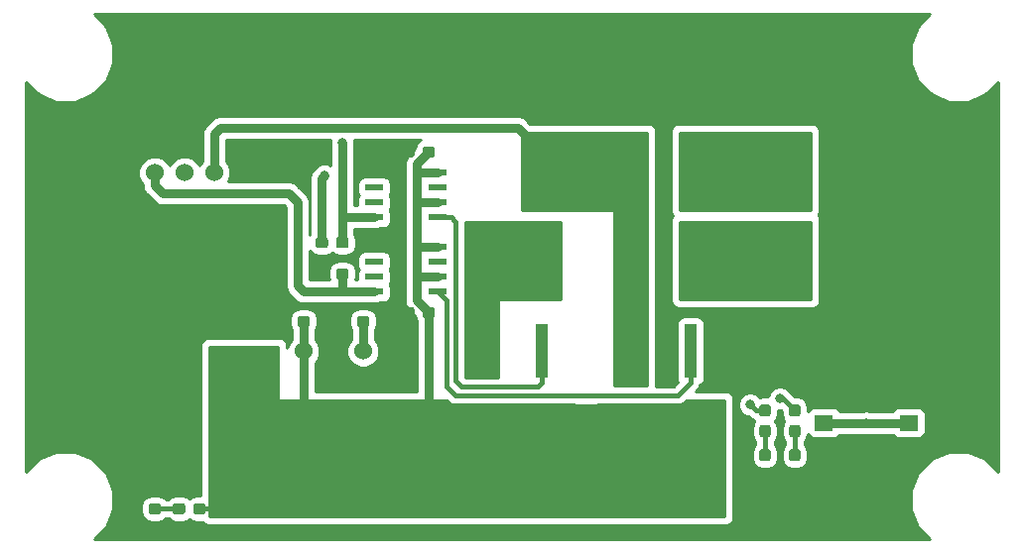
<source format=gbr>
G04 #@! TF.GenerationSoftware,KiCad,Pcbnew,(5.0.2)-1*
G04 #@! TF.CreationDate,2019-12-13T17:07:51-06:00*
G04 #@! TF.ProjectId,Arm-EStop_Hardware,41726d2d-4553-4746-9f70-5f4861726477,rev?*
G04 #@! TF.SameCoordinates,Original*
G04 #@! TF.FileFunction,Copper,L1,Top*
G04 #@! TF.FilePolarity,Positive*
%FSLAX46Y46*%
G04 Gerber Fmt 4.6, Leading zero omitted, Abs format (unit mm)*
G04 Created by KiCad (PCBNEW (5.0.2)-1) date 12/13/2019 5:07:51 PM*
%MOMM*%
%LPD*%
G01*
G04 APERTURE LIST*
G04 #@! TA.AperFunction,Conductor*
%ADD10C,0.100000*%
G04 #@! TD*
G04 #@! TA.AperFunction,SMDPad,CuDef*
%ADD11C,0.950000*%
G04 #@! TD*
G04 #@! TA.AperFunction,SMDPad,CuDef*
%ADD12R,1.600000X1.400000*%
G04 #@! TD*
G04 #@! TA.AperFunction,ComponentPad*
%ADD13C,5.080000*%
G04 #@! TD*
G04 #@! TA.AperFunction,ComponentPad*
%ADD14C,2.819400*%
G04 #@! TD*
G04 #@! TA.AperFunction,SMDPad,CuDef*
%ADD15R,1.100000X4.600000*%
G04 #@! TD*
G04 #@! TA.AperFunction,SMDPad,CuDef*
%ADD16R,10.800000X9.400000*%
G04 #@! TD*
G04 #@! TA.AperFunction,ComponentPad*
%ADD17C,1.524000*%
G04 #@! TD*
G04 #@! TA.AperFunction,SMDPad,CuDef*
%ADD18R,1.550000X0.600000*%
G04 #@! TD*
G04 #@! TA.AperFunction,ViaPad*
%ADD19C,0.800000*%
G04 #@! TD*
G04 #@! TA.AperFunction,Conductor*
%ADD20C,0.762000*%
G04 #@! TD*
G04 #@! TA.AperFunction,Conductor*
%ADD21C,0.381000*%
G04 #@! TD*
G04 #@! TA.AperFunction,Conductor*
%ADD22C,0.254000*%
G04 #@! TD*
G04 APERTURE END LIST*
D10*
G04 #@! TO.N,Net-(D3-Pad2)*
G04 #@! TO.C,R3*
G36*
X202190779Y-123146144D02*
X202213834Y-123149563D01*
X202236443Y-123155227D01*
X202258387Y-123163079D01*
X202279457Y-123173044D01*
X202299448Y-123185026D01*
X202318168Y-123198910D01*
X202335438Y-123214562D01*
X202351090Y-123231832D01*
X202364974Y-123250552D01*
X202376956Y-123270543D01*
X202386921Y-123291613D01*
X202394773Y-123313557D01*
X202400437Y-123336166D01*
X202403856Y-123359221D01*
X202405000Y-123382500D01*
X202405000Y-123957500D01*
X202403856Y-123980779D01*
X202400437Y-124003834D01*
X202394773Y-124026443D01*
X202386921Y-124048387D01*
X202376956Y-124069457D01*
X202364974Y-124089448D01*
X202351090Y-124108168D01*
X202335438Y-124125438D01*
X202318168Y-124141090D01*
X202299448Y-124154974D01*
X202279457Y-124166956D01*
X202258387Y-124176921D01*
X202236443Y-124184773D01*
X202213834Y-124190437D01*
X202190779Y-124193856D01*
X202167500Y-124195000D01*
X201692500Y-124195000D01*
X201669221Y-124193856D01*
X201646166Y-124190437D01*
X201623557Y-124184773D01*
X201601613Y-124176921D01*
X201580543Y-124166956D01*
X201560552Y-124154974D01*
X201541832Y-124141090D01*
X201524562Y-124125438D01*
X201508910Y-124108168D01*
X201495026Y-124089448D01*
X201483044Y-124069457D01*
X201473079Y-124048387D01*
X201465227Y-124026443D01*
X201459563Y-124003834D01*
X201456144Y-123980779D01*
X201455000Y-123957500D01*
X201455000Y-123382500D01*
X201456144Y-123359221D01*
X201459563Y-123336166D01*
X201465227Y-123313557D01*
X201473079Y-123291613D01*
X201483044Y-123270543D01*
X201495026Y-123250552D01*
X201508910Y-123231832D01*
X201524562Y-123214562D01*
X201541832Y-123198910D01*
X201560552Y-123185026D01*
X201580543Y-123173044D01*
X201601613Y-123163079D01*
X201623557Y-123155227D01*
X201646166Y-123149563D01*
X201669221Y-123146144D01*
X201692500Y-123145000D01*
X202167500Y-123145000D01*
X202190779Y-123146144D01*
X202190779Y-123146144D01*
G37*
D11*
G04 #@! TD*
G04 #@! TO.P,R3,2*
G04 #@! TO.N,Net-(D3-Pad2)*
X201930000Y-123670000D03*
D10*
G04 #@! TO.N,+12L*
G04 #@! TO.C,R3*
G36*
X202190779Y-121396144D02*
X202213834Y-121399563D01*
X202236443Y-121405227D01*
X202258387Y-121413079D01*
X202279457Y-121423044D01*
X202299448Y-121435026D01*
X202318168Y-121448910D01*
X202335438Y-121464562D01*
X202351090Y-121481832D01*
X202364974Y-121500552D01*
X202376956Y-121520543D01*
X202386921Y-121541613D01*
X202394773Y-121563557D01*
X202400437Y-121586166D01*
X202403856Y-121609221D01*
X202405000Y-121632500D01*
X202405000Y-122207500D01*
X202403856Y-122230779D01*
X202400437Y-122253834D01*
X202394773Y-122276443D01*
X202386921Y-122298387D01*
X202376956Y-122319457D01*
X202364974Y-122339448D01*
X202351090Y-122358168D01*
X202335438Y-122375438D01*
X202318168Y-122391090D01*
X202299448Y-122404974D01*
X202279457Y-122416956D01*
X202258387Y-122426921D01*
X202236443Y-122434773D01*
X202213834Y-122440437D01*
X202190779Y-122443856D01*
X202167500Y-122445000D01*
X201692500Y-122445000D01*
X201669221Y-122443856D01*
X201646166Y-122440437D01*
X201623557Y-122434773D01*
X201601613Y-122426921D01*
X201580543Y-122416956D01*
X201560552Y-122404974D01*
X201541832Y-122391090D01*
X201524562Y-122375438D01*
X201508910Y-122358168D01*
X201495026Y-122339448D01*
X201483044Y-122319457D01*
X201473079Y-122298387D01*
X201465227Y-122276443D01*
X201459563Y-122253834D01*
X201456144Y-122230779D01*
X201455000Y-122207500D01*
X201455000Y-121632500D01*
X201456144Y-121609221D01*
X201459563Y-121586166D01*
X201465227Y-121563557D01*
X201473079Y-121541613D01*
X201483044Y-121520543D01*
X201495026Y-121500552D01*
X201508910Y-121481832D01*
X201524562Y-121464562D01*
X201541832Y-121448910D01*
X201560552Y-121435026D01*
X201580543Y-121423044D01*
X201601613Y-121413079D01*
X201623557Y-121405227D01*
X201646166Y-121399563D01*
X201669221Y-121396144D01*
X201692500Y-121395000D01*
X202167500Y-121395000D01*
X202190779Y-121396144D01*
X202190779Y-121396144D01*
G37*
D11*
G04 #@! TD*
G04 #@! TO.P,R3,1*
G04 #@! TO.N,+12L*
X201930000Y-121920000D03*
D12*
G04 #@! TO.P,Logic,1*
G04 #@! TO.N,Net-(R4-Pad2)*
X214166000Y-122960000D03*
X206966000Y-122960000D03*
G04 #@! TO.P,Logic,2*
G04 #@! TO.N,GND*
X214166000Y-125960000D03*
X206966000Y-125960000D03*
G04 #@! TD*
D10*
G04 #@! TO.N,GND*
G04 #@! TO.C,R5*
G36*
X164422779Y-109762144D02*
X164445834Y-109765563D01*
X164468443Y-109771227D01*
X164490387Y-109779079D01*
X164511457Y-109789044D01*
X164531448Y-109801026D01*
X164550168Y-109814910D01*
X164567438Y-109830562D01*
X164583090Y-109847832D01*
X164596974Y-109866552D01*
X164608956Y-109886543D01*
X164618921Y-109907613D01*
X164626773Y-109929557D01*
X164632437Y-109952166D01*
X164635856Y-109975221D01*
X164637000Y-109998500D01*
X164637000Y-110473500D01*
X164635856Y-110496779D01*
X164632437Y-110519834D01*
X164626773Y-110542443D01*
X164618921Y-110564387D01*
X164608956Y-110585457D01*
X164596974Y-110605448D01*
X164583090Y-110624168D01*
X164567438Y-110641438D01*
X164550168Y-110657090D01*
X164531448Y-110670974D01*
X164511457Y-110682956D01*
X164490387Y-110692921D01*
X164468443Y-110700773D01*
X164445834Y-110706437D01*
X164422779Y-110709856D01*
X164399500Y-110711000D01*
X163824500Y-110711000D01*
X163801221Y-110709856D01*
X163778166Y-110706437D01*
X163755557Y-110700773D01*
X163733613Y-110692921D01*
X163712543Y-110682956D01*
X163692552Y-110670974D01*
X163673832Y-110657090D01*
X163656562Y-110641438D01*
X163640910Y-110624168D01*
X163627026Y-110605448D01*
X163615044Y-110585457D01*
X163605079Y-110564387D01*
X163597227Y-110542443D01*
X163591563Y-110519834D01*
X163588144Y-110496779D01*
X163587000Y-110473500D01*
X163587000Y-109998500D01*
X163588144Y-109975221D01*
X163591563Y-109952166D01*
X163597227Y-109929557D01*
X163605079Y-109907613D01*
X163615044Y-109886543D01*
X163627026Y-109866552D01*
X163640910Y-109847832D01*
X163656562Y-109830562D01*
X163673832Y-109814910D01*
X163692552Y-109801026D01*
X163712543Y-109789044D01*
X163733613Y-109779079D01*
X163755557Y-109771227D01*
X163778166Y-109765563D01*
X163801221Y-109762144D01*
X163824500Y-109761000D01*
X164399500Y-109761000D01*
X164422779Y-109762144D01*
X164422779Y-109762144D01*
G37*
D11*
G04 #@! TD*
G04 #@! TO.P,R5,2*
G04 #@! TO.N,GND*
X164112000Y-110236000D03*
D10*
G04 #@! TO.N,Net-(R5-Pad1)*
G04 #@! TO.C,R5*
G36*
X166172779Y-109762144D02*
X166195834Y-109765563D01*
X166218443Y-109771227D01*
X166240387Y-109779079D01*
X166261457Y-109789044D01*
X166281448Y-109801026D01*
X166300168Y-109814910D01*
X166317438Y-109830562D01*
X166333090Y-109847832D01*
X166346974Y-109866552D01*
X166358956Y-109886543D01*
X166368921Y-109907613D01*
X166376773Y-109929557D01*
X166382437Y-109952166D01*
X166385856Y-109975221D01*
X166387000Y-109998500D01*
X166387000Y-110473500D01*
X166385856Y-110496779D01*
X166382437Y-110519834D01*
X166376773Y-110542443D01*
X166368921Y-110564387D01*
X166358956Y-110585457D01*
X166346974Y-110605448D01*
X166333090Y-110624168D01*
X166317438Y-110641438D01*
X166300168Y-110657090D01*
X166281448Y-110670974D01*
X166261457Y-110682956D01*
X166240387Y-110692921D01*
X166218443Y-110700773D01*
X166195834Y-110706437D01*
X166172779Y-110709856D01*
X166149500Y-110711000D01*
X165574500Y-110711000D01*
X165551221Y-110709856D01*
X165528166Y-110706437D01*
X165505557Y-110700773D01*
X165483613Y-110692921D01*
X165462543Y-110682956D01*
X165442552Y-110670974D01*
X165423832Y-110657090D01*
X165406562Y-110641438D01*
X165390910Y-110624168D01*
X165377026Y-110605448D01*
X165365044Y-110585457D01*
X165355079Y-110564387D01*
X165347227Y-110542443D01*
X165341563Y-110519834D01*
X165338144Y-110496779D01*
X165337000Y-110473500D01*
X165337000Y-109998500D01*
X165338144Y-109975221D01*
X165341563Y-109952166D01*
X165347227Y-109929557D01*
X165355079Y-109907613D01*
X165365044Y-109886543D01*
X165377026Y-109866552D01*
X165390910Y-109847832D01*
X165406562Y-109830562D01*
X165423832Y-109814910D01*
X165442552Y-109801026D01*
X165462543Y-109789044D01*
X165483613Y-109779079D01*
X165505557Y-109771227D01*
X165528166Y-109765563D01*
X165551221Y-109762144D01*
X165574500Y-109761000D01*
X166149500Y-109761000D01*
X166172779Y-109762144D01*
X166172779Y-109762144D01*
G37*
D11*
G04 #@! TD*
G04 #@! TO.P,R5,1*
G04 #@! TO.N,Net-(R5-Pad1)*
X165862000Y-110236000D03*
D10*
G04 #@! TO.N,+12V*
G04 #@! TO.C,C1*
G36*
X162870779Y-113826144D02*
X162893834Y-113829563D01*
X162916443Y-113835227D01*
X162938387Y-113843079D01*
X162959457Y-113853044D01*
X162979448Y-113865026D01*
X162998168Y-113878910D01*
X163015438Y-113894562D01*
X163031090Y-113911832D01*
X163044974Y-113930552D01*
X163056956Y-113950543D01*
X163066921Y-113971613D01*
X163074773Y-113993557D01*
X163080437Y-114016166D01*
X163083856Y-114039221D01*
X163085000Y-114062500D01*
X163085000Y-114537500D01*
X163083856Y-114560779D01*
X163080437Y-114583834D01*
X163074773Y-114606443D01*
X163066921Y-114628387D01*
X163056956Y-114649457D01*
X163044974Y-114669448D01*
X163031090Y-114688168D01*
X163015438Y-114705438D01*
X162998168Y-114721090D01*
X162979448Y-114734974D01*
X162959457Y-114746956D01*
X162938387Y-114756921D01*
X162916443Y-114764773D01*
X162893834Y-114770437D01*
X162870779Y-114773856D01*
X162847500Y-114775000D01*
X162272500Y-114775000D01*
X162249221Y-114773856D01*
X162226166Y-114770437D01*
X162203557Y-114764773D01*
X162181613Y-114756921D01*
X162160543Y-114746956D01*
X162140552Y-114734974D01*
X162121832Y-114721090D01*
X162104562Y-114705438D01*
X162088910Y-114688168D01*
X162075026Y-114669448D01*
X162063044Y-114649457D01*
X162053079Y-114628387D01*
X162045227Y-114606443D01*
X162039563Y-114583834D01*
X162036144Y-114560779D01*
X162035000Y-114537500D01*
X162035000Y-114062500D01*
X162036144Y-114039221D01*
X162039563Y-114016166D01*
X162045227Y-113993557D01*
X162053079Y-113971613D01*
X162063044Y-113950543D01*
X162075026Y-113930552D01*
X162088910Y-113911832D01*
X162104562Y-113894562D01*
X162121832Y-113878910D01*
X162140552Y-113865026D01*
X162160543Y-113853044D01*
X162181613Y-113843079D01*
X162203557Y-113835227D01*
X162226166Y-113829563D01*
X162249221Y-113826144D01*
X162272500Y-113825000D01*
X162847500Y-113825000D01*
X162870779Y-113826144D01*
X162870779Y-113826144D01*
G37*
D11*
G04 #@! TD*
G04 #@! TO.P,C1,1*
G04 #@! TO.N,+12V*
X162560000Y-114300000D03*
D10*
G04 #@! TO.N,GND*
G04 #@! TO.C,C1*
G36*
X164620779Y-113826144D02*
X164643834Y-113829563D01*
X164666443Y-113835227D01*
X164688387Y-113843079D01*
X164709457Y-113853044D01*
X164729448Y-113865026D01*
X164748168Y-113878910D01*
X164765438Y-113894562D01*
X164781090Y-113911832D01*
X164794974Y-113930552D01*
X164806956Y-113950543D01*
X164816921Y-113971613D01*
X164824773Y-113993557D01*
X164830437Y-114016166D01*
X164833856Y-114039221D01*
X164835000Y-114062500D01*
X164835000Y-114537500D01*
X164833856Y-114560779D01*
X164830437Y-114583834D01*
X164824773Y-114606443D01*
X164816921Y-114628387D01*
X164806956Y-114649457D01*
X164794974Y-114669448D01*
X164781090Y-114688168D01*
X164765438Y-114705438D01*
X164748168Y-114721090D01*
X164729448Y-114734974D01*
X164709457Y-114746956D01*
X164688387Y-114756921D01*
X164666443Y-114764773D01*
X164643834Y-114770437D01*
X164620779Y-114773856D01*
X164597500Y-114775000D01*
X164022500Y-114775000D01*
X163999221Y-114773856D01*
X163976166Y-114770437D01*
X163953557Y-114764773D01*
X163931613Y-114756921D01*
X163910543Y-114746956D01*
X163890552Y-114734974D01*
X163871832Y-114721090D01*
X163854562Y-114705438D01*
X163838910Y-114688168D01*
X163825026Y-114669448D01*
X163813044Y-114649457D01*
X163803079Y-114628387D01*
X163795227Y-114606443D01*
X163789563Y-114583834D01*
X163786144Y-114560779D01*
X163785000Y-114537500D01*
X163785000Y-114062500D01*
X163786144Y-114039221D01*
X163789563Y-114016166D01*
X163795227Y-113993557D01*
X163803079Y-113971613D01*
X163813044Y-113950543D01*
X163825026Y-113930552D01*
X163838910Y-113911832D01*
X163854562Y-113894562D01*
X163871832Y-113878910D01*
X163890552Y-113865026D01*
X163910543Y-113853044D01*
X163931613Y-113843079D01*
X163953557Y-113835227D01*
X163976166Y-113829563D01*
X163999221Y-113826144D01*
X164022500Y-113825000D01*
X164597500Y-113825000D01*
X164620779Y-113826144D01*
X164620779Y-113826144D01*
G37*
D11*
G04 #@! TD*
G04 #@! TO.P,C1,2*
G04 #@! TO.N,GND*
X164310000Y-114300000D03*
D10*
G04 #@! TO.N,GND*
G04 #@! TO.C,C2*
G36*
X166200779Y-113826144D02*
X166223834Y-113829563D01*
X166246443Y-113835227D01*
X166268387Y-113843079D01*
X166289457Y-113853044D01*
X166309448Y-113865026D01*
X166328168Y-113878910D01*
X166345438Y-113894562D01*
X166361090Y-113911832D01*
X166374974Y-113930552D01*
X166386956Y-113950543D01*
X166396921Y-113971613D01*
X166404773Y-113993557D01*
X166410437Y-114016166D01*
X166413856Y-114039221D01*
X166415000Y-114062500D01*
X166415000Y-114537500D01*
X166413856Y-114560779D01*
X166410437Y-114583834D01*
X166404773Y-114606443D01*
X166396921Y-114628387D01*
X166386956Y-114649457D01*
X166374974Y-114669448D01*
X166361090Y-114688168D01*
X166345438Y-114705438D01*
X166328168Y-114721090D01*
X166309448Y-114734974D01*
X166289457Y-114746956D01*
X166268387Y-114756921D01*
X166246443Y-114764773D01*
X166223834Y-114770437D01*
X166200779Y-114773856D01*
X166177500Y-114775000D01*
X165602500Y-114775000D01*
X165579221Y-114773856D01*
X165556166Y-114770437D01*
X165533557Y-114764773D01*
X165511613Y-114756921D01*
X165490543Y-114746956D01*
X165470552Y-114734974D01*
X165451832Y-114721090D01*
X165434562Y-114705438D01*
X165418910Y-114688168D01*
X165405026Y-114669448D01*
X165393044Y-114649457D01*
X165383079Y-114628387D01*
X165375227Y-114606443D01*
X165369563Y-114583834D01*
X165366144Y-114560779D01*
X165365000Y-114537500D01*
X165365000Y-114062500D01*
X165366144Y-114039221D01*
X165369563Y-114016166D01*
X165375227Y-113993557D01*
X165383079Y-113971613D01*
X165393044Y-113950543D01*
X165405026Y-113930552D01*
X165418910Y-113911832D01*
X165434562Y-113894562D01*
X165451832Y-113878910D01*
X165470552Y-113865026D01*
X165490543Y-113853044D01*
X165511613Y-113843079D01*
X165533557Y-113835227D01*
X165556166Y-113829563D01*
X165579221Y-113826144D01*
X165602500Y-113825000D01*
X166177500Y-113825000D01*
X166200779Y-113826144D01*
X166200779Y-113826144D01*
G37*
D11*
G04 #@! TD*
G04 #@! TO.P,C2,2*
G04 #@! TO.N,GND*
X165890000Y-114300000D03*
D10*
G04 #@! TO.N,+3V3*
G04 #@! TO.C,C2*
G36*
X167950779Y-113826144D02*
X167973834Y-113829563D01*
X167996443Y-113835227D01*
X168018387Y-113843079D01*
X168039457Y-113853044D01*
X168059448Y-113865026D01*
X168078168Y-113878910D01*
X168095438Y-113894562D01*
X168111090Y-113911832D01*
X168124974Y-113930552D01*
X168136956Y-113950543D01*
X168146921Y-113971613D01*
X168154773Y-113993557D01*
X168160437Y-114016166D01*
X168163856Y-114039221D01*
X168165000Y-114062500D01*
X168165000Y-114537500D01*
X168163856Y-114560779D01*
X168160437Y-114583834D01*
X168154773Y-114606443D01*
X168146921Y-114628387D01*
X168136956Y-114649457D01*
X168124974Y-114669448D01*
X168111090Y-114688168D01*
X168095438Y-114705438D01*
X168078168Y-114721090D01*
X168059448Y-114734974D01*
X168039457Y-114746956D01*
X168018387Y-114756921D01*
X167996443Y-114764773D01*
X167973834Y-114770437D01*
X167950779Y-114773856D01*
X167927500Y-114775000D01*
X167352500Y-114775000D01*
X167329221Y-114773856D01*
X167306166Y-114770437D01*
X167283557Y-114764773D01*
X167261613Y-114756921D01*
X167240543Y-114746956D01*
X167220552Y-114734974D01*
X167201832Y-114721090D01*
X167184562Y-114705438D01*
X167168910Y-114688168D01*
X167155026Y-114669448D01*
X167143044Y-114649457D01*
X167133079Y-114628387D01*
X167125227Y-114606443D01*
X167119563Y-114583834D01*
X167116144Y-114560779D01*
X167115000Y-114537500D01*
X167115000Y-114062500D01*
X167116144Y-114039221D01*
X167119563Y-114016166D01*
X167125227Y-113993557D01*
X167133079Y-113971613D01*
X167143044Y-113950543D01*
X167155026Y-113930552D01*
X167168910Y-113911832D01*
X167184562Y-113894562D01*
X167201832Y-113878910D01*
X167220552Y-113865026D01*
X167240543Y-113853044D01*
X167261613Y-113843079D01*
X167283557Y-113835227D01*
X167306166Y-113829563D01*
X167329221Y-113826144D01*
X167352500Y-113825000D01*
X167927500Y-113825000D01*
X167950779Y-113826144D01*
X167950779Y-113826144D01*
G37*
D11*
G04 #@! TD*
G04 #@! TO.P,C2,1*
G04 #@! TO.N,+3V3*
X167640000Y-114300000D03*
D10*
G04 #@! TO.N,GND*
G04 #@! TO.C,C3*
G36*
X171788779Y-113064144D02*
X171811834Y-113067563D01*
X171834443Y-113073227D01*
X171856387Y-113081079D01*
X171877457Y-113091044D01*
X171897448Y-113103026D01*
X171916168Y-113116910D01*
X171933438Y-113132562D01*
X171949090Y-113149832D01*
X171962974Y-113168552D01*
X171974956Y-113188543D01*
X171984921Y-113209613D01*
X171992773Y-113231557D01*
X171998437Y-113254166D01*
X172001856Y-113277221D01*
X172003000Y-113300500D01*
X172003000Y-113775500D01*
X172001856Y-113798779D01*
X171998437Y-113821834D01*
X171992773Y-113844443D01*
X171984921Y-113866387D01*
X171974956Y-113887457D01*
X171962974Y-113907448D01*
X171949090Y-113926168D01*
X171933438Y-113943438D01*
X171916168Y-113959090D01*
X171897448Y-113972974D01*
X171877457Y-113984956D01*
X171856387Y-113994921D01*
X171834443Y-114002773D01*
X171811834Y-114008437D01*
X171788779Y-114011856D01*
X171765500Y-114013000D01*
X171190500Y-114013000D01*
X171167221Y-114011856D01*
X171144166Y-114008437D01*
X171121557Y-114002773D01*
X171099613Y-113994921D01*
X171078543Y-113984956D01*
X171058552Y-113972974D01*
X171039832Y-113959090D01*
X171022562Y-113943438D01*
X171006910Y-113926168D01*
X170993026Y-113907448D01*
X170981044Y-113887457D01*
X170971079Y-113866387D01*
X170963227Y-113844443D01*
X170957563Y-113821834D01*
X170954144Y-113798779D01*
X170953000Y-113775500D01*
X170953000Y-113300500D01*
X170954144Y-113277221D01*
X170957563Y-113254166D01*
X170963227Y-113231557D01*
X170971079Y-113209613D01*
X170981044Y-113188543D01*
X170993026Y-113168552D01*
X171006910Y-113149832D01*
X171022562Y-113132562D01*
X171039832Y-113116910D01*
X171058552Y-113103026D01*
X171078543Y-113091044D01*
X171099613Y-113081079D01*
X171121557Y-113073227D01*
X171144166Y-113067563D01*
X171167221Y-113064144D01*
X171190500Y-113063000D01*
X171765500Y-113063000D01*
X171788779Y-113064144D01*
X171788779Y-113064144D01*
G37*
D11*
G04 #@! TD*
G04 #@! TO.P,C3,2*
G04 #@! TO.N,GND*
X171478000Y-113538000D03*
D10*
G04 #@! TO.N,+12V*
G04 #@! TO.C,C3*
G36*
X173538779Y-113064144D02*
X173561834Y-113067563D01*
X173584443Y-113073227D01*
X173606387Y-113081079D01*
X173627457Y-113091044D01*
X173647448Y-113103026D01*
X173666168Y-113116910D01*
X173683438Y-113132562D01*
X173699090Y-113149832D01*
X173712974Y-113168552D01*
X173724956Y-113188543D01*
X173734921Y-113209613D01*
X173742773Y-113231557D01*
X173748437Y-113254166D01*
X173751856Y-113277221D01*
X173753000Y-113300500D01*
X173753000Y-113775500D01*
X173751856Y-113798779D01*
X173748437Y-113821834D01*
X173742773Y-113844443D01*
X173734921Y-113866387D01*
X173724956Y-113887457D01*
X173712974Y-113907448D01*
X173699090Y-113926168D01*
X173683438Y-113943438D01*
X173666168Y-113959090D01*
X173647448Y-113972974D01*
X173627457Y-113984956D01*
X173606387Y-113994921D01*
X173584443Y-114002773D01*
X173561834Y-114008437D01*
X173538779Y-114011856D01*
X173515500Y-114013000D01*
X172940500Y-114013000D01*
X172917221Y-114011856D01*
X172894166Y-114008437D01*
X172871557Y-114002773D01*
X172849613Y-113994921D01*
X172828543Y-113984956D01*
X172808552Y-113972974D01*
X172789832Y-113959090D01*
X172772562Y-113943438D01*
X172756910Y-113926168D01*
X172743026Y-113907448D01*
X172731044Y-113887457D01*
X172721079Y-113866387D01*
X172713227Y-113844443D01*
X172707563Y-113821834D01*
X172704144Y-113798779D01*
X172703000Y-113775500D01*
X172703000Y-113300500D01*
X172704144Y-113277221D01*
X172707563Y-113254166D01*
X172713227Y-113231557D01*
X172721079Y-113209613D01*
X172731044Y-113188543D01*
X172743026Y-113168552D01*
X172756910Y-113149832D01*
X172772562Y-113132562D01*
X172789832Y-113116910D01*
X172808552Y-113103026D01*
X172828543Y-113091044D01*
X172849613Y-113081079D01*
X172871557Y-113073227D01*
X172894166Y-113067563D01*
X172917221Y-113064144D01*
X172940500Y-113063000D01*
X173515500Y-113063000D01*
X173538779Y-113064144D01*
X173538779Y-113064144D01*
G37*
D11*
G04 #@! TD*
G04 #@! TO.P,C3,1*
G04 #@! TO.N,+12V*
X173228000Y-113538000D03*
D10*
G04 #@! TO.N,+12V*
G04 #@! TO.C,C4*
G36*
X173538779Y-99348144D02*
X173561834Y-99351563D01*
X173584443Y-99357227D01*
X173606387Y-99365079D01*
X173627457Y-99375044D01*
X173647448Y-99387026D01*
X173666168Y-99400910D01*
X173683438Y-99416562D01*
X173699090Y-99433832D01*
X173712974Y-99452552D01*
X173724956Y-99472543D01*
X173734921Y-99493613D01*
X173742773Y-99515557D01*
X173748437Y-99538166D01*
X173751856Y-99561221D01*
X173753000Y-99584500D01*
X173753000Y-100059500D01*
X173751856Y-100082779D01*
X173748437Y-100105834D01*
X173742773Y-100128443D01*
X173734921Y-100150387D01*
X173724956Y-100171457D01*
X173712974Y-100191448D01*
X173699090Y-100210168D01*
X173683438Y-100227438D01*
X173666168Y-100243090D01*
X173647448Y-100256974D01*
X173627457Y-100268956D01*
X173606387Y-100278921D01*
X173584443Y-100286773D01*
X173561834Y-100292437D01*
X173538779Y-100295856D01*
X173515500Y-100297000D01*
X172940500Y-100297000D01*
X172917221Y-100295856D01*
X172894166Y-100292437D01*
X172871557Y-100286773D01*
X172849613Y-100278921D01*
X172828543Y-100268956D01*
X172808552Y-100256974D01*
X172789832Y-100243090D01*
X172772562Y-100227438D01*
X172756910Y-100210168D01*
X172743026Y-100191448D01*
X172731044Y-100171457D01*
X172721079Y-100150387D01*
X172713227Y-100128443D01*
X172707563Y-100105834D01*
X172704144Y-100082779D01*
X172703000Y-100059500D01*
X172703000Y-99584500D01*
X172704144Y-99561221D01*
X172707563Y-99538166D01*
X172713227Y-99515557D01*
X172721079Y-99493613D01*
X172731044Y-99472543D01*
X172743026Y-99452552D01*
X172756910Y-99433832D01*
X172772562Y-99416562D01*
X172789832Y-99400910D01*
X172808552Y-99387026D01*
X172828543Y-99375044D01*
X172849613Y-99365079D01*
X172871557Y-99357227D01*
X172894166Y-99351563D01*
X172917221Y-99348144D01*
X172940500Y-99347000D01*
X173515500Y-99347000D01*
X173538779Y-99348144D01*
X173538779Y-99348144D01*
G37*
D11*
G04 #@! TD*
G04 #@! TO.P,C4,1*
G04 #@! TO.N,+12V*
X173228000Y-99822000D03*
D10*
G04 #@! TO.N,GND*
G04 #@! TO.C,C4*
G36*
X171788779Y-99348144D02*
X171811834Y-99351563D01*
X171834443Y-99357227D01*
X171856387Y-99365079D01*
X171877457Y-99375044D01*
X171897448Y-99387026D01*
X171916168Y-99400910D01*
X171933438Y-99416562D01*
X171949090Y-99433832D01*
X171962974Y-99452552D01*
X171974956Y-99472543D01*
X171984921Y-99493613D01*
X171992773Y-99515557D01*
X171998437Y-99538166D01*
X172001856Y-99561221D01*
X172003000Y-99584500D01*
X172003000Y-100059500D01*
X172001856Y-100082779D01*
X171998437Y-100105834D01*
X171992773Y-100128443D01*
X171984921Y-100150387D01*
X171974956Y-100171457D01*
X171962974Y-100191448D01*
X171949090Y-100210168D01*
X171933438Y-100227438D01*
X171916168Y-100243090D01*
X171897448Y-100256974D01*
X171877457Y-100268956D01*
X171856387Y-100278921D01*
X171834443Y-100286773D01*
X171811834Y-100292437D01*
X171788779Y-100295856D01*
X171765500Y-100297000D01*
X171190500Y-100297000D01*
X171167221Y-100295856D01*
X171144166Y-100292437D01*
X171121557Y-100286773D01*
X171099613Y-100278921D01*
X171078543Y-100268956D01*
X171058552Y-100256974D01*
X171039832Y-100243090D01*
X171022562Y-100227438D01*
X171006910Y-100210168D01*
X170993026Y-100191448D01*
X170981044Y-100171457D01*
X170971079Y-100150387D01*
X170963227Y-100128443D01*
X170957563Y-100105834D01*
X170954144Y-100082779D01*
X170953000Y-100059500D01*
X170953000Y-99584500D01*
X170954144Y-99561221D01*
X170957563Y-99538166D01*
X170963227Y-99515557D01*
X170971079Y-99493613D01*
X170981044Y-99472543D01*
X170993026Y-99452552D01*
X171006910Y-99433832D01*
X171022562Y-99416562D01*
X171039832Y-99400910D01*
X171058552Y-99387026D01*
X171078543Y-99375044D01*
X171099613Y-99365079D01*
X171121557Y-99357227D01*
X171144166Y-99351563D01*
X171167221Y-99348144D01*
X171190500Y-99347000D01*
X171765500Y-99347000D01*
X171788779Y-99348144D01*
X171788779Y-99348144D01*
G37*
D11*
G04 #@! TD*
G04 #@! TO.P,C4,2*
G04 #@! TO.N,GND*
X171478000Y-99822000D03*
D13*
G04 #@! TO.P,Conn1,2*
G04 #@! TO.N,+12V*
X157480000Y-119380000D03*
G04 #@! TO.P,Conn1,1*
G04 #@! TO.N,GND*
X157480000Y-111506000D03*
G04 #@! TD*
G04 #@! TO.P,Conn2,3*
G04 #@! TO.N,Net-(Conn2-Pad3)*
X203200000Y-101346000D03*
G04 #@! TO.P,Conn2,2*
G04 #@! TO.N,Net-(Conn2-Pad2)*
X203200000Y-109220000D03*
G04 #@! TO.P,Conn2,1*
G04 #@! TO.N,GND*
X203200000Y-117094000D03*
G04 #@! TD*
D10*
G04 #@! TO.N,GND*
G04 #@! TO.C,D1*
G36*
X148420779Y-129828144D02*
X148443834Y-129831563D01*
X148466443Y-129837227D01*
X148488387Y-129845079D01*
X148509457Y-129855044D01*
X148529448Y-129867026D01*
X148548168Y-129880910D01*
X148565438Y-129896562D01*
X148581090Y-129913832D01*
X148594974Y-129932552D01*
X148606956Y-129952543D01*
X148616921Y-129973613D01*
X148624773Y-129995557D01*
X148630437Y-130018166D01*
X148633856Y-130041221D01*
X148635000Y-130064500D01*
X148635000Y-130539500D01*
X148633856Y-130562779D01*
X148630437Y-130585834D01*
X148624773Y-130608443D01*
X148616921Y-130630387D01*
X148606956Y-130651457D01*
X148594974Y-130671448D01*
X148581090Y-130690168D01*
X148565438Y-130707438D01*
X148548168Y-130723090D01*
X148529448Y-130736974D01*
X148509457Y-130748956D01*
X148488387Y-130758921D01*
X148466443Y-130766773D01*
X148443834Y-130772437D01*
X148420779Y-130775856D01*
X148397500Y-130777000D01*
X147822500Y-130777000D01*
X147799221Y-130775856D01*
X147776166Y-130772437D01*
X147753557Y-130766773D01*
X147731613Y-130758921D01*
X147710543Y-130748956D01*
X147690552Y-130736974D01*
X147671832Y-130723090D01*
X147654562Y-130707438D01*
X147638910Y-130690168D01*
X147625026Y-130671448D01*
X147613044Y-130651457D01*
X147603079Y-130630387D01*
X147595227Y-130608443D01*
X147589563Y-130585834D01*
X147586144Y-130562779D01*
X147585000Y-130539500D01*
X147585000Y-130064500D01*
X147586144Y-130041221D01*
X147589563Y-130018166D01*
X147595227Y-129995557D01*
X147603079Y-129973613D01*
X147613044Y-129952543D01*
X147625026Y-129932552D01*
X147638910Y-129913832D01*
X147654562Y-129896562D01*
X147671832Y-129880910D01*
X147690552Y-129867026D01*
X147710543Y-129855044D01*
X147731613Y-129845079D01*
X147753557Y-129837227D01*
X147776166Y-129831563D01*
X147799221Y-129828144D01*
X147822500Y-129827000D01*
X148397500Y-129827000D01*
X148420779Y-129828144D01*
X148420779Y-129828144D01*
G37*
D11*
G04 #@! TD*
G04 #@! TO.P,D1,1*
G04 #@! TO.N,GND*
X148110000Y-130302000D03*
D10*
G04 #@! TO.N,Net-(D1-Pad2)*
G04 #@! TO.C,D1*
G36*
X150170779Y-129828144D02*
X150193834Y-129831563D01*
X150216443Y-129837227D01*
X150238387Y-129845079D01*
X150259457Y-129855044D01*
X150279448Y-129867026D01*
X150298168Y-129880910D01*
X150315438Y-129896562D01*
X150331090Y-129913832D01*
X150344974Y-129932552D01*
X150356956Y-129952543D01*
X150366921Y-129973613D01*
X150374773Y-129995557D01*
X150380437Y-130018166D01*
X150383856Y-130041221D01*
X150385000Y-130064500D01*
X150385000Y-130539500D01*
X150383856Y-130562779D01*
X150380437Y-130585834D01*
X150374773Y-130608443D01*
X150366921Y-130630387D01*
X150356956Y-130651457D01*
X150344974Y-130671448D01*
X150331090Y-130690168D01*
X150315438Y-130707438D01*
X150298168Y-130723090D01*
X150279448Y-130736974D01*
X150259457Y-130748956D01*
X150238387Y-130758921D01*
X150216443Y-130766773D01*
X150193834Y-130772437D01*
X150170779Y-130775856D01*
X150147500Y-130777000D01*
X149572500Y-130777000D01*
X149549221Y-130775856D01*
X149526166Y-130772437D01*
X149503557Y-130766773D01*
X149481613Y-130758921D01*
X149460543Y-130748956D01*
X149440552Y-130736974D01*
X149421832Y-130723090D01*
X149404562Y-130707438D01*
X149388910Y-130690168D01*
X149375026Y-130671448D01*
X149363044Y-130651457D01*
X149353079Y-130630387D01*
X149345227Y-130608443D01*
X149339563Y-130585834D01*
X149336144Y-130562779D01*
X149335000Y-130539500D01*
X149335000Y-130064500D01*
X149336144Y-130041221D01*
X149339563Y-130018166D01*
X149345227Y-129995557D01*
X149353079Y-129973613D01*
X149363044Y-129952543D01*
X149375026Y-129932552D01*
X149388910Y-129913832D01*
X149404562Y-129896562D01*
X149421832Y-129880910D01*
X149440552Y-129867026D01*
X149460543Y-129855044D01*
X149481613Y-129845079D01*
X149503557Y-129837227D01*
X149526166Y-129831563D01*
X149549221Y-129828144D01*
X149572500Y-129827000D01*
X150147500Y-129827000D01*
X150170779Y-129828144D01*
X150170779Y-129828144D01*
G37*
D11*
G04 #@! TD*
G04 #@! TO.P,D1,2*
G04 #@! TO.N,Net-(D1-Pad2)*
X149860000Y-130302000D03*
D10*
G04 #@! TO.N,GND*
G04 #@! TO.C,D2*
G36*
X204730779Y-126956144D02*
X204753834Y-126959563D01*
X204776443Y-126965227D01*
X204798387Y-126973079D01*
X204819457Y-126983044D01*
X204839448Y-126995026D01*
X204858168Y-127008910D01*
X204875438Y-127024562D01*
X204891090Y-127041832D01*
X204904974Y-127060552D01*
X204916956Y-127080543D01*
X204926921Y-127101613D01*
X204934773Y-127123557D01*
X204940437Y-127146166D01*
X204943856Y-127169221D01*
X204945000Y-127192500D01*
X204945000Y-127767500D01*
X204943856Y-127790779D01*
X204940437Y-127813834D01*
X204934773Y-127836443D01*
X204926921Y-127858387D01*
X204916956Y-127879457D01*
X204904974Y-127899448D01*
X204891090Y-127918168D01*
X204875438Y-127935438D01*
X204858168Y-127951090D01*
X204839448Y-127964974D01*
X204819457Y-127976956D01*
X204798387Y-127986921D01*
X204776443Y-127994773D01*
X204753834Y-128000437D01*
X204730779Y-128003856D01*
X204707500Y-128005000D01*
X204232500Y-128005000D01*
X204209221Y-128003856D01*
X204186166Y-128000437D01*
X204163557Y-127994773D01*
X204141613Y-127986921D01*
X204120543Y-127976956D01*
X204100552Y-127964974D01*
X204081832Y-127951090D01*
X204064562Y-127935438D01*
X204048910Y-127918168D01*
X204035026Y-127899448D01*
X204023044Y-127879457D01*
X204013079Y-127858387D01*
X204005227Y-127836443D01*
X203999563Y-127813834D01*
X203996144Y-127790779D01*
X203995000Y-127767500D01*
X203995000Y-127192500D01*
X203996144Y-127169221D01*
X203999563Y-127146166D01*
X204005227Y-127123557D01*
X204013079Y-127101613D01*
X204023044Y-127080543D01*
X204035026Y-127060552D01*
X204048910Y-127041832D01*
X204064562Y-127024562D01*
X204081832Y-127008910D01*
X204100552Y-126995026D01*
X204120543Y-126983044D01*
X204141613Y-126973079D01*
X204163557Y-126965227D01*
X204186166Y-126959563D01*
X204209221Y-126956144D01*
X204232500Y-126955000D01*
X204707500Y-126955000D01*
X204730779Y-126956144D01*
X204730779Y-126956144D01*
G37*
D11*
G04 #@! TD*
G04 #@! TO.P,D2,1*
G04 #@! TO.N,GND*
X204470000Y-127480000D03*
D10*
G04 #@! TO.N,Net-(D2-Pad2)*
G04 #@! TO.C,D2*
G36*
X204730779Y-125206144D02*
X204753834Y-125209563D01*
X204776443Y-125215227D01*
X204798387Y-125223079D01*
X204819457Y-125233044D01*
X204839448Y-125245026D01*
X204858168Y-125258910D01*
X204875438Y-125274562D01*
X204891090Y-125291832D01*
X204904974Y-125310552D01*
X204916956Y-125330543D01*
X204926921Y-125351613D01*
X204934773Y-125373557D01*
X204940437Y-125396166D01*
X204943856Y-125419221D01*
X204945000Y-125442500D01*
X204945000Y-126017500D01*
X204943856Y-126040779D01*
X204940437Y-126063834D01*
X204934773Y-126086443D01*
X204926921Y-126108387D01*
X204916956Y-126129457D01*
X204904974Y-126149448D01*
X204891090Y-126168168D01*
X204875438Y-126185438D01*
X204858168Y-126201090D01*
X204839448Y-126214974D01*
X204819457Y-126226956D01*
X204798387Y-126236921D01*
X204776443Y-126244773D01*
X204753834Y-126250437D01*
X204730779Y-126253856D01*
X204707500Y-126255000D01*
X204232500Y-126255000D01*
X204209221Y-126253856D01*
X204186166Y-126250437D01*
X204163557Y-126244773D01*
X204141613Y-126236921D01*
X204120543Y-126226956D01*
X204100552Y-126214974D01*
X204081832Y-126201090D01*
X204064562Y-126185438D01*
X204048910Y-126168168D01*
X204035026Y-126149448D01*
X204023044Y-126129457D01*
X204013079Y-126108387D01*
X204005227Y-126086443D01*
X203999563Y-126063834D01*
X203996144Y-126040779D01*
X203995000Y-126017500D01*
X203995000Y-125442500D01*
X203996144Y-125419221D01*
X203999563Y-125396166D01*
X204005227Y-125373557D01*
X204013079Y-125351613D01*
X204023044Y-125330543D01*
X204035026Y-125310552D01*
X204048910Y-125291832D01*
X204064562Y-125274562D01*
X204081832Y-125258910D01*
X204100552Y-125245026D01*
X204120543Y-125233044D01*
X204141613Y-125223079D01*
X204163557Y-125215227D01*
X204186166Y-125209563D01*
X204209221Y-125206144D01*
X204232500Y-125205000D01*
X204707500Y-125205000D01*
X204730779Y-125206144D01*
X204730779Y-125206144D01*
G37*
D11*
G04 #@! TD*
G04 #@! TO.P,D2,2*
G04 #@! TO.N,Net-(D2-Pad2)*
X204470000Y-125730000D03*
D10*
G04 #@! TO.N,Net-(D3-Pad2)*
G04 #@! TO.C,D3*
G36*
X202190779Y-125206144D02*
X202213834Y-125209563D01*
X202236443Y-125215227D01*
X202258387Y-125223079D01*
X202279457Y-125233044D01*
X202299448Y-125245026D01*
X202318168Y-125258910D01*
X202335438Y-125274562D01*
X202351090Y-125291832D01*
X202364974Y-125310552D01*
X202376956Y-125330543D01*
X202386921Y-125351613D01*
X202394773Y-125373557D01*
X202400437Y-125396166D01*
X202403856Y-125419221D01*
X202405000Y-125442500D01*
X202405000Y-126017500D01*
X202403856Y-126040779D01*
X202400437Y-126063834D01*
X202394773Y-126086443D01*
X202386921Y-126108387D01*
X202376956Y-126129457D01*
X202364974Y-126149448D01*
X202351090Y-126168168D01*
X202335438Y-126185438D01*
X202318168Y-126201090D01*
X202299448Y-126214974D01*
X202279457Y-126226956D01*
X202258387Y-126236921D01*
X202236443Y-126244773D01*
X202213834Y-126250437D01*
X202190779Y-126253856D01*
X202167500Y-126255000D01*
X201692500Y-126255000D01*
X201669221Y-126253856D01*
X201646166Y-126250437D01*
X201623557Y-126244773D01*
X201601613Y-126236921D01*
X201580543Y-126226956D01*
X201560552Y-126214974D01*
X201541832Y-126201090D01*
X201524562Y-126185438D01*
X201508910Y-126168168D01*
X201495026Y-126149448D01*
X201483044Y-126129457D01*
X201473079Y-126108387D01*
X201465227Y-126086443D01*
X201459563Y-126063834D01*
X201456144Y-126040779D01*
X201455000Y-126017500D01*
X201455000Y-125442500D01*
X201456144Y-125419221D01*
X201459563Y-125396166D01*
X201465227Y-125373557D01*
X201473079Y-125351613D01*
X201483044Y-125330543D01*
X201495026Y-125310552D01*
X201508910Y-125291832D01*
X201524562Y-125274562D01*
X201541832Y-125258910D01*
X201560552Y-125245026D01*
X201580543Y-125233044D01*
X201601613Y-125223079D01*
X201623557Y-125215227D01*
X201646166Y-125209563D01*
X201669221Y-125206144D01*
X201692500Y-125205000D01*
X202167500Y-125205000D01*
X202190779Y-125206144D01*
X202190779Y-125206144D01*
G37*
D11*
G04 #@! TD*
G04 #@! TO.P,D3,2*
G04 #@! TO.N,Net-(D3-Pad2)*
X201930000Y-125730000D03*
D10*
G04 #@! TO.N,GND*
G04 #@! TO.C,D3*
G36*
X202190779Y-126956144D02*
X202213834Y-126959563D01*
X202236443Y-126965227D01*
X202258387Y-126973079D01*
X202279457Y-126983044D01*
X202299448Y-126995026D01*
X202318168Y-127008910D01*
X202335438Y-127024562D01*
X202351090Y-127041832D01*
X202364974Y-127060552D01*
X202376956Y-127080543D01*
X202386921Y-127101613D01*
X202394773Y-127123557D01*
X202400437Y-127146166D01*
X202403856Y-127169221D01*
X202405000Y-127192500D01*
X202405000Y-127767500D01*
X202403856Y-127790779D01*
X202400437Y-127813834D01*
X202394773Y-127836443D01*
X202386921Y-127858387D01*
X202376956Y-127879457D01*
X202364974Y-127899448D01*
X202351090Y-127918168D01*
X202335438Y-127935438D01*
X202318168Y-127951090D01*
X202299448Y-127964974D01*
X202279457Y-127976956D01*
X202258387Y-127986921D01*
X202236443Y-127994773D01*
X202213834Y-128000437D01*
X202190779Y-128003856D01*
X202167500Y-128005000D01*
X201692500Y-128005000D01*
X201669221Y-128003856D01*
X201646166Y-128000437D01*
X201623557Y-127994773D01*
X201601613Y-127986921D01*
X201580543Y-127976956D01*
X201560552Y-127964974D01*
X201541832Y-127951090D01*
X201524562Y-127935438D01*
X201508910Y-127918168D01*
X201495026Y-127899448D01*
X201483044Y-127879457D01*
X201473079Y-127858387D01*
X201465227Y-127836443D01*
X201459563Y-127813834D01*
X201456144Y-127790779D01*
X201455000Y-127767500D01*
X201455000Y-127192500D01*
X201456144Y-127169221D01*
X201459563Y-127146166D01*
X201465227Y-127123557D01*
X201473079Y-127101613D01*
X201483044Y-127080543D01*
X201495026Y-127060552D01*
X201508910Y-127041832D01*
X201524562Y-127024562D01*
X201541832Y-127008910D01*
X201560552Y-126995026D01*
X201580543Y-126983044D01*
X201601613Y-126973079D01*
X201623557Y-126965227D01*
X201646166Y-126959563D01*
X201669221Y-126956144D01*
X201692500Y-126955000D01*
X202167500Y-126955000D01*
X202190779Y-126956144D01*
X202190779Y-126956144D01*
G37*
D11*
G04 #@! TD*
G04 #@! TO.P,D3,1*
G04 #@! TO.N,GND*
X201930000Y-127480000D03*
D14*
G04 #@! TO.P,F1,1*
G04 #@! TO.N,Net-(Conn2-Pad3)*
X196342000Y-99822000D03*
X196342000Y-103251000D03*
G04 #@! TO.P,F1,2*
G04 #@! TO.N,+12VA*
X182880000Y-103251000D03*
X182880000Y-99822000D03*
G04 #@! TD*
G04 #@! TO.P,F2,2*
G04 #@! TO.N,+12L*
X182880000Y-107315000D03*
X182880000Y-110744000D03*
G04 #@! TO.P,F2,1*
G04 #@! TO.N,Net-(Conn2-Pad2)*
X196342000Y-110744000D03*
X196342000Y-107315000D03*
G04 #@! TD*
D15*
G04 #@! TO.P,Q1,1*
G04 #@! TO.N,V_Act_Gate*
X195580000Y-116840000D03*
G04 #@! TO.P,Q1,3*
G04 #@! TO.N,+12VA*
X190500000Y-116840000D03*
D16*
G04 #@! TO.P,Q1,2*
G04 #@! TO.N,+12V*
X193040000Y-125990000D03*
G04 #@! TD*
D15*
G04 #@! TO.P,Q2,1*
G04 #@! TO.N,V_Log_Gate*
X182880000Y-116840000D03*
G04 #@! TO.P,Q2,3*
G04 #@! TO.N,+12L*
X177800000Y-116840000D03*
D16*
G04 #@! TO.P,Q2,2*
G04 #@! TO.N,+12V*
X180340000Y-125990000D03*
G04 #@! TD*
D10*
G04 #@! TO.N,Net-(D1-Pad2)*
G04 #@! TO.C,R1*
G36*
X152230779Y-129828144D02*
X152253834Y-129831563D01*
X152276443Y-129837227D01*
X152298387Y-129845079D01*
X152319457Y-129855044D01*
X152339448Y-129867026D01*
X152358168Y-129880910D01*
X152375438Y-129896562D01*
X152391090Y-129913832D01*
X152404974Y-129932552D01*
X152416956Y-129952543D01*
X152426921Y-129973613D01*
X152434773Y-129995557D01*
X152440437Y-130018166D01*
X152443856Y-130041221D01*
X152445000Y-130064500D01*
X152445000Y-130539500D01*
X152443856Y-130562779D01*
X152440437Y-130585834D01*
X152434773Y-130608443D01*
X152426921Y-130630387D01*
X152416956Y-130651457D01*
X152404974Y-130671448D01*
X152391090Y-130690168D01*
X152375438Y-130707438D01*
X152358168Y-130723090D01*
X152339448Y-130736974D01*
X152319457Y-130748956D01*
X152298387Y-130758921D01*
X152276443Y-130766773D01*
X152253834Y-130772437D01*
X152230779Y-130775856D01*
X152207500Y-130777000D01*
X151632500Y-130777000D01*
X151609221Y-130775856D01*
X151586166Y-130772437D01*
X151563557Y-130766773D01*
X151541613Y-130758921D01*
X151520543Y-130748956D01*
X151500552Y-130736974D01*
X151481832Y-130723090D01*
X151464562Y-130707438D01*
X151448910Y-130690168D01*
X151435026Y-130671448D01*
X151423044Y-130651457D01*
X151413079Y-130630387D01*
X151405227Y-130608443D01*
X151399563Y-130585834D01*
X151396144Y-130562779D01*
X151395000Y-130539500D01*
X151395000Y-130064500D01*
X151396144Y-130041221D01*
X151399563Y-130018166D01*
X151405227Y-129995557D01*
X151413079Y-129973613D01*
X151423044Y-129952543D01*
X151435026Y-129932552D01*
X151448910Y-129913832D01*
X151464562Y-129896562D01*
X151481832Y-129880910D01*
X151500552Y-129867026D01*
X151520543Y-129855044D01*
X151541613Y-129845079D01*
X151563557Y-129837227D01*
X151586166Y-129831563D01*
X151609221Y-129828144D01*
X151632500Y-129827000D01*
X152207500Y-129827000D01*
X152230779Y-129828144D01*
X152230779Y-129828144D01*
G37*
D11*
G04 #@! TD*
G04 #@! TO.P,R1,2*
G04 #@! TO.N,Net-(D1-Pad2)*
X151920000Y-130302000D03*
D10*
G04 #@! TO.N,+12V*
G04 #@! TO.C,R1*
G36*
X153980779Y-129828144D02*
X154003834Y-129831563D01*
X154026443Y-129837227D01*
X154048387Y-129845079D01*
X154069457Y-129855044D01*
X154089448Y-129867026D01*
X154108168Y-129880910D01*
X154125438Y-129896562D01*
X154141090Y-129913832D01*
X154154974Y-129932552D01*
X154166956Y-129952543D01*
X154176921Y-129973613D01*
X154184773Y-129995557D01*
X154190437Y-130018166D01*
X154193856Y-130041221D01*
X154195000Y-130064500D01*
X154195000Y-130539500D01*
X154193856Y-130562779D01*
X154190437Y-130585834D01*
X154184773Y-130608443D01*
X154176921Y-130630387D01*
X154166956Y-130651457D01*
X154154974Y-130671448D01*
X154141090Y-130690168D01*
X154125438Y-130707438D01*
X154108168Y-130723090D01*
X154089448Y-130736974D01*
X154069457Y-130748956D01*
X154048387Y-130758921D01*
X154026443Y-130766773D01*
X154003834Y-130772437D01*
X153980779Y-130775856D01*
X153957500Y-130777000D01*
X153382500Y-130777000D01*
X153359221Y-130775856D01*
X153336166Y-130772437D01*
X153313557Y-130766773D01*
X153291613Y-130758921D01*
X153270543Y-130748956D01*
X153250552Y-130736974D01*
X153231832Y-130723090D01*
X153214562Y-130707438D01*
X153198910Y-130690168D01*
X153185026Y-130671448D01*
X153173044Y-130651457D01*
X153163079Y-130630387D01*
X153155227Y-130608443D01*
X153149563Y-130585834D01*
X153146144Y-130562779D01*
X153145000Y-130539500D01*
X153145000Y-130064500D01*
X153146144Y-130041221D01*
X153149563Y-130018166D01*
X153155227Y-129995557D01*
X153163079Y-129973613D01*
X153173044Y-129952543D01*
X153185026Y-129932552D01*
X153198910Y-129913832D01*
X153214562Y-129896562D01*
X153231832Y-129880910D01*
X153250552Y-129867026D01*
X153270543Y-129855044D01*
X153291613Y-129845079D01*
X153313557Y-129837227D01*
X153336166Y-129831563D01*
X153359221Y-129828144D01*
X153382500Y-129827000D01*
X153957500Y-129827000D01*
X153980779Y-129828144D01*
X153980779Y-129828144D01*
G37*
D11*
G04 #@! TD*
G04 #@! TO.P,R1,1*
G04 #@! TO.N,+12V*
X153670000Y-130302000D03*
D10*
G04 #@! TO.N,Net-(D2-Pad2)*
G04 #@! TO.C,R2*
G36*
X204730779Y-123146144D02*
X204753834Y-123149563D01*
X204776443Y-123155227D01*
X204798387Y-123163079D01*
X204819457Y-123173044D01*
X204839448Y-123185026D01*
X204858168Y-123198910D01*
X204875438Y-123214562D01*
X204891090Y-123231832D01*
X204904974Y-123250552D01*
X204916956Y-123270543D01*
X204926921Y-123291613D01*
X204934773Y-123313557D01*
X204940437Y-123336166D01*
X204943856Y-123359221D01*
X204945000Y-123382500D01*
X204945000Y-123957500D01*
X204943856Y-123980779D01*
X204940437Y-124003834D01*
X204934773Y-124026443D01*
X204926921Y-124048387D01*
X204916956Y-124069457D01*
X204904974Y-124089448D01*
X204891090Y-124108168D01*
X204875438Y-124125438D01*
X204858168Y-124141090D01*
X204839448Y-124154974D01*
X204819457Y-124166956D01*
X204798387Y-124176921D01*
X204776443Y-124184773D01*
X204753834Y-124190437D01*
X204730779Y-124193856D01*
X204707500Y-124195000D01*
X204232500Y-124195000D01*
X204209221Y-124193856D01*
X204186166Y-124190437D01*
X204163557Y-124184773D01*
X204141613Y-124176921D01*
X204120543Y-124166956D01*
X204100552Y-124154974D01*
X204081832Y-124141090D01*
X204064562Y-124125438D01*
X204048910Y-124108168D01*
X204035026Y-124089448D01*
X204023044Y-124069457D01*
X204013079Y-124048387D01*
X204005227Y-124026443D01*
X203999563Y-124003834D01*
X203996144Y-123980779D01*
X203995000Y-123957500D01*
X203995000Y-123382500D01*
X203996144Y-123359221D01*
X203999563Y-123336166D01*
X204005227Y-123313557D01*
X204013079Y-123291613D01*
X204023044Y-123270543D01*
X204035026Y-123250552D01*
X204048910Y-123231832D01*
X204064562Y-123214562D01*
X204081832Y-123198910D01*
X204100552Y-123185026D01*
X204120543Y-123173044D01*
X204141613Y-123163079D01*
X204163557Y-123155227D01*
X204186166Y-123149563D01*
X204209221Y-123146144D01*
X204232500Y-123145000D01*
X204707500Y-123145000D01*
X204730779Y-123146144D01*
X204730779Y-123146144D01*
G37*
D11*
G04 #@! TD*
G04 #@! TO.P,R2,2*
G04 #@! TO.N,Net-(D2-Pad2)*
X204470000Y-123670000D03*
D10*
G04 #@! TO.N,+12VA*
G04 #@! TO.C,R2*
G36*
X204730779Y-121396144D02*
X204753834Y-121399563D01*
X204776443Y-121405227D01*
X204798387Y-121413079D01*
X204819457Y-121423044D01*
X204839448Y-121435026D01*
X204858168Y-121448910D01*
X204875438Y-121464562D01*
X204891090Y-121481832D01*
X204904974Y-121500552D01*
X204916956Y-121520543D01*
X204926921Y-121541613D01*
X204934773Y-121563557D01*
X204940437Y-121586166D01*
X204943856Y-121609221D01*
X204945000Y-121632500D01*
X204945000Y-122207500D01*
X204943856Y-122230779D01*
X204940437Y-122253834D01*
X204934773Y-122276443D01*
X204926921Y-122298387D01*
X204916956Y-122319457D01*
X204904974Y-122339448D01*
X204891090Y-122358168D01*
X204875438Y-122375438D01*
X204858168Y-122391090D01*
X204839448Y-122404974D01*
X204819457Y-122416956D01*
X204798387Y-122426921D01*
X204776443Y-122434773D01*
X204753834Y-122440437D01*
X204730779Y-122443856D01*
X204707500Y-122445000D01*
X204232500Y-122445000D01*
X204209221Y-122443856D01*
X204186166Y-122440437D01*
X204163557Y-122434773D01*
X204141613Y-122426921D01*
X204120543Y-122416956D01*
X204100552Y-122404974D01*
X204081832Y-122391090D01*
X204064562Y-122375438D01*
X204048910Y-122358168D01*
X204035026Y-122339448D01*
X204023044Y-122319457D01*
X204013079Y-122298387D01*
X204005227Y-122276443D01*
X203999563Y-122253834D01*
X203996144Y-122230779D01*
X203995000Y-122207500D01*
X203995000Y-121632500D01*
X203996144Y-121609221D01*
X203999563Y-121586166D01*
X204005227Y-121563557D01*
X204013079Y-121541613D01*
X204023044Y-121520543D01*
X204035026Y-121500552D01*
X204048910Y-121481832D01*
X204064562Y-121464562D01*
X204081832Y-121448910D01*
X204100552Y-121435026D01*
X204120543Y-121423044D01*
X204141613Y-121413079D01*
X204163557Y-121405227D01*
X204186166Y-121399563D01*
X204209221Y-121396144D01*
X204232500Y-121395000D01*
X204707500Y-121395000D01*
X204730779Y-121396144D01*
X204730779Y-121396144D01*
G37*
D11*
G04 #@! TD*
G04 #@! TO.P,R2,1*
G04 #@! TO.N,+12VA*
X204470000Y-121920000D03*
D10*
G04 #@! TO.N,+3V3*
G04 #@! TO.C,R4*
G36*
X164422779Y-107095144D02*
X164445834Y-107098563D01*
X164468443Y-107104227D01*
X164490387Y-107112079D01*
X164511457Y-107122044D01*
X164531448Y-107134026D01*
X164550168Y-107147910D01*
X164567438Y-107163562D01*
X164583090Y-107180832D01*
X164596974Y-107199552D01*
X164608956Y-107219543D01*
X164618921Y-107240613D01*
X164626773Y-107262557D01*
X164632437Y-107285166D01*
X164635856Y-107308221D01*
X164637000Y-107331500D01*
X164637000Y-107806500D01*
X164635856Y-107829779D01*
X164632437Y-107852834D01*
X164626773Y-107875443D01*
X164618921Y-107897387D01*
X164608956Y-107918457D01*
X164596974Y-107938448D01*
X164583090Y-107957168D01*
X164567438Y-107974438D01*
X164550168Y-107990090D01*
X164531448Y-108003974D01*
X164511457Y-108015956D01*
X164490387Y-108025921D01*
X164468443Y-108033773D01*
X164445834Y-108039437D01*
X164422779Y-108042856D01*
X164399500Y-108044000D01*
X163824500Y-108044000D01*
X163801221Y-108042856D01*
X163778166Y-108039437D01*
X163755557Y-108033773D01*
X163733613Y-108025921D01*
X163712543Y-108015956D01*
X163692552Y-108003974D01*
X163673832Y-107990090D01*
X163656562Y-107974438D01*
X163640910Y-107957168D01*
X163627026Y-107938448D01*
X163615044Y-107918457D01*
X163605079Y-107897387D01*
X163597227Y-107875443D01*
X163591563Y-107852834D01*
X163588144Y-107829779D01*
X163587000Y-107806500D01*
X163587000Y-107331500D01*
X163588144Y-107308221D01*
X163591563Y-107285166D01*
X163597227Y-107262557D01*
X163605079Y-107240613D01*
X163615044Y-107219543D01*
X163627026Y-107199552D01*
X163640910Y-107180832D01*
X163656562Y-107163562D01*
X163673832Y-107147910D01*
X163692552Y-107134026D01*
X163712543Y-107122044D01*
X163733613Y-107112079D01*
X163755557Y-107104227D01*
X163778166Y-107098563D01*
X163801221Y-107095144D01*
X163824500Y-107094000D01*
X164399500Y-107094000D01*
X164422779Y-107095144D01*
X164422779Y-107095144D01*
G37*
D11*
G04 #@! TD*
G04 #@! TO.P,R4,1*
G04 #@! TO.N,+3V3*
X164112000Y-107569000D03*
D10*
G04 #@! TO.N,Net-(R4-Pad2)*
G04 #@! TO.C,R4*
G36*
X166172779Y-107095144D02*
X166195834Y-107098563D01*
X166218443Y-107104227D01*
X166240387Y-107112079D01*
X166261457Y-107122044D01*
X166281448Y-107134026D01*
X166300168Y-107147910D01*
X166317438Y-107163562D01*
X166333090Y-107180832D01*
X166346974Y-107199552D01*
X166358956Y-107219543D01*
X166368921Y-107240613D01*
X166376773Y-107262557D01*
X166382437Y-107285166D01*
X166385856Y-107308221D01*
X166387000Y-107331500D01*
X166387000Y-107806500D01*
X166385856Y-107829779D01*
X166382437Y-107852834D01*
X166376773Y-107875443D01*
X166368921Y-107897387D01*
X166358956Y-107918457D01*
X166346974Y-107938448D01*
X166333090Y-107957168D01*
X166317438Y-107974438D01*
X166300168Y-107990090D01*
X166281448Y-108003974D01*
X166261457Y-108015956D01*
X166240387Y-108025921D01*
X166218443Y-108033773D01*
X166195834Y-108039437D01*
X166172779Y-108042856D01*
X166149500Y-108044000D01*
X165574500Y-108044000D01*
X165551221Y-108042856D01*
X165528166Y-108039437D01*
X165505557Y-108033773D01*
X165483613Y-108025921D01*
X165462543Y-108015956D01*
X165442552Y-108003974D01*
X165423832Y-107990090D01*
X165406562Y-107974438D01*
X165390910Y-107957168D01*
X165377026Y-107938448D01*
X165365044Y-107918457D01*
X165355079Y-107897387D01*
X165347227Y-107875443D01*
X165341563Y-107852834D01*
X165338144Y-107829779D01*
X165337000Y-107806500D01*
X165337000Y-107331500D01*
X165338144Y-107308221D01*
X165341563Y-107285166D01*
X165347227Y-107262557D01*
X165355079Y-107240613D01*
X165365044Y-107219543D01*
X165377026Y-107199552D01*
X165390910Y-107180832D01*
X165406562Y-107163562D01*
X165423832Y-107147910D01*
X165442552Y-107134026D01*
X165462543Y-107122044D01*
X165483613Y-107112079D01*
X165505557Y-107104227D01*
X165528166Y-107098563D01*
X165551221Y-107095144D01*
X165574500Y-107094000D01*
X166149500Y-107094000D01*
X166172779Y-107095144D01*
X166172779Y-107095144D01*
G37*
D11*
G04 #@! TD*
G04 #@! TO.P,R4,2*
G04 #@! TO.N,Net-(R4-Pad2)*
X165862000Y-107569000D03*
D17*
G04 #@! TO.P,U1,1*
G04 #@! TO.N,+12V*
X162560000Y-116840000D03*
G04 #@! TO.P,U1,2*
G04 #@! TO.N,GND*
X165100000Y-116840000D03*
G04 #@! TO.P,U1,3*
G04 #@! TO.N,+3V3*
X167640000Y-116840000D03*
G04 #@! TD*
G04 #@! TO.P,U5,1*
G04 #@! TO.N,Net-(R5-Pad1)*
X149860000Y-101600000D03*
G04 #@! TO.P,U5,2*
G04 #@! TO.N,+3V3*
X152400000Y-101600000D03*
G04 #@! TO.P,U5,3*
G04 #@! TO.N,+12VA*
X154940000Y-101600000D03*
G04 #@! TO.P,U5,4*
G04 #@! TO.N,GND*
X157480000Y-101600000D03*
X157480000Y-101600000D03*
G04 #@! TD*
D18*
G04 #@! TO.P,U2,8*
G04 #@! TO.N,+12V*
X173990000Y-101600000D03*
G04 #@! TO.P,U2,7*
G04 #@! TO.N,N/C*
X173990000Y-102870000D03*
G04 #@! TO.P,U2,6*
G04 #@! TO.N,+12V*
X173990000Y-104140000D03*
G04 #@! TO.P,U2,5*
G04 #@! TO.N,V_Log_Gate*
X173990000Y-105410000D03*
G04 #@! TO.P,U2,4*
G04 #@! TO.N,Net-(R4-Pad2)*
X168590000Y-105410000D03*
G04 #@! TO.P,U2,3*
G04 #@! TO.N,Net-(U2-Pad3)*
X168590000Y-104140000D03*
G04 #@! TO.P,U2,2*
G04 #@! TO.N,Net-(U2-Pad2)*
X168590000Y-102870000D03*
G04 #@! TO.P,U2,1*
G04 #@! TO.N,GND*
X168590000Y-101600000D03*
G04 #@! TD*
G04 #@! TO.P,U3,1*
G04 #@! TO.N,GND*
X168590000Y-107950000D03*
G04 #@! TO.P,U3,2*
G04 #@! TO.N,Net-(U3-Pad2)*
X168590000Y-109220000D03*
G04 #@! TO.P,U3,3*
G04 #@! TO.N,Net-(U3-Pad3)*
X168590000Y-110490000D03*
G04 #@! TO.P,U3,4*
G04 #@! TO.N,Net-(R5-Pad1)*
X168590000Y-111760000D03*
G04 #@! TO.P,U3,5*
G04 #@! TO.N,V_Act_Gate*
X173990000Y-111760000D03*
G04 #@! TO.P,U3,6*
G04 #@! TO.N,+12V*
X173990000Y-110490000D03*
G04 #@! TO.P,U3,7*
G04 #@! TO.N,N/C*
X173990000Y-109220000D03*
G04 #@! TO.P,U3,8*
G04 #@! TO.N,+12V*
X173990000Y-107950000D03*
G04 #@! TD*
D19*
G04 #@! TO.N,GND*
X210820000Y-88900000D03*
X208280000Y-88900000D03*
X205740000Y-88900000D03*
X203200000Y-88900000D03*
X200660000Y-88900000D03*
X198120000Y-88900000D03*
X195580000Y-88900000D03*
X193040000Y-88900000D03*
X190500000Y-88900000D03*
X187960000Y-88900000D03*
X210820000Y-91440000D03*
X208280000Y-91440000D03*
X205740000Y-91440000D03*
X203200000Y-91440000D03*
X200660000Y-91440000D03*
X198120000Y-91440000D03*
X195580000Y-91440000D03*
X193040000Y-91440000D03*
X190500000Y-91440000D03*
X187960000Y-91440000D03*
X210820000Y-93980000D03*
X208280000Y-93980000D03*
X205740000Y-93980000D03*
X203200000Y-93980000D03*
X200660000Y-93980000D03*
X198120000Y-93980000D03*
X195580000Y-93980000D03*
X193040000Y-93980000D03*
X190500000Y-93980000D03*
X187960000Y-93980000D03*
X147320000Y-109220000D03*
X142240000Y-109220000D03*
X152400000Y-111760000D03*
X147320000Y-111760000D03*
X152400000Y-114300000D03*
X144780000Y-111760000D03*
X149860000Y-111760000D03*
X147320000Y-114300000D03*
X144780000Y-114300000D03*
X142240000Y-114300000D03*
X149860000Y-109220000D03*
X142240000Y-111760000D03*
X144780000Y-109220000D03*
X152400000Y-109220000D03*
X149860000Y-114300000D03*
X152400000Y-119380000D03*
X144780000Y-116840000D03*
X142240000Y-116840000D03*
X142240000Y-119380000D03*
X149860000Y-121920000D03*
X144780000Y-119380000D03*
X144780000Y-121920000D03*
X149860000Y-116840000D03*
X142240000Y-121920000D03*
X147320000Y-116840000D03*
X152400000Y-121920000D03*
X149860000Y-119380000D03*
X147320000Y-121920000D03*
X152400000Y-116840000D03*
X147320000Y-119380000D03*
X208280000Y-104140000D03*
X208280000Y-101600000D03*
X208280000Y-99060000D03*
X208280000Y-109220000D03*
X208280000Y-106680000D03*
X208280000Y-111760000D03*
X208280000Y-116840000D03*
X208280000Y-114300000D03*
X208280000Y-119380000D03*
G04 #@! TO.N,+3V3*
X164338000Y-101854000D03*
G04 #@! TO.N,+12V*
X175514000Y-121920000D03*
X176530000Y-121920000D03*
X177546000Y-121920000D03*
X178562000Y-121920000D03*
X179578000Y-121920000D03*
X180594000Y-121920000D03*
X181610000Y-121920000D03*
X182626000Y-121920000D03*
X183642000Y-121920000D03*
X184658000Y-121920000D03*
X175514000Y-122936000D03*
X176530000Y-122936000D03*
X177546000Y-122936000D03*
X178562000Y-122936000D03*
X179578000Y-122936000D03*
X180594000Y-122936000D03*
X181610000Y-122936000D03*
X182626000Y-122936000D03*
X183642000Y-122936000D03*
X184658000Y-122936000D03*
X175514000Y-123952000D03*
X176530000Y-123952000D03*
X177546000Y-123952000D03*
X178562000Y-123952000D03*
X179578000Y-123952000D03*
X180594000Y-123952000D03*
X181610000Y-123952000D03*
X182626000Y-123952000D03*
X183642000Y-123952000D03*
X184658000Y-123952000D03*
X175514000Y-124968000D03*
X176530000Y-124968000D03*
X177546000Y-124968000D03*
X178562000Y-124968000D03*
X179578000Y-124968000D03*
X180594000Y-124968000D03*
X181610000Y-124968000D03*
X182626000Y-124968000D03*
X183642000Y-124968000D03*
X184658000Y-124968000D03*
X175514000Y-125984000D03*
X176530000Y-125984000D03*
X177546000Y-125984000D03*
X178562000Y-125984000D03*
X179578000Y-125984000D03*
X180594000Y-125984000D03*
X181610000Y-125984000D03*
X182626000Y-125984000D03*
X183642000Y-125984000D03*
X184658000Y-125984000D03*
X175514000Y-127000000D03*
X176530000Y-127000000D03*
X177546000Y-127000000D03*
X178562000Y-127000000D03*
X179578000Y-127000000D03*
X180594000Y-127000000D03*
X181610000Y-127000000D03*
X182626000Y-127000000D03*
X183642000Y-127000000D03*
X184658000Y-127000000D03*
X175514000Y-128016000D03*
X176530000Y-128016000D03*
X177546000Y-128016000D03*
X178562000Y-128016000D03*
X179578000Y-128016000D03*
X180594000Y-128016000D03*
X181610000Y-128016000D03*
X182626000Y-128016000D03*
X183642000Y-128016000D03*
X184658000Y-128016000D03*
X175514000Y-129032000D03*
X176530000Y-129032000D03*
X177546000Y-129032000D03*
X178562000Y-129032000D03*
X179578000Y-129032000D03*
X180594000Y-129032000D03*
X181610000Y-129032000D03*
X182626000Y-129032000D03*
X183642000Y-129032000D03*
X184658000Y-129032000D03*
X175514000Y-130048000D03*
X176530000Y-130048000D03*
X177546000Y-130048000D03*
X178562000Y-130048000D03*
X179578000Y-130048000D03*
X180594000Y-130048000D03*
X181610000Y-130048000D03*
X182626000Y-130048000D03*
X183642000Y-130048000D03*
X184658000Y-130048000D03*
X188214000Y-121920000D03*
X189230000Y-121920000D03*
X190246000Y-121920000D03*
X191262000Y-121920000D03*
X192278000Y-121920000D03*
X193294000Y-121920000D03*
X194310000Y-121920000D03*
X195326000Y-121920000D03*
X196342000Y-121920000D03*
X197358000Y-121920000D03*
X188214000Y-122936000D03*
X189230000Y-122936000D03*
X190246000Y-122936000D03*
X191262000Y-122936000D03*
X192278000Y-122936000D03*
X193294000Y-122936000D03*
X194310000Y-122936000D03*
X195326000Y-122936000D03*
X196342000Y-122936000D03*
X197358000Y-122936000D03*
X188214000Y-123952000D03*
X189230000Y-123952000D03*
X190246000Y-123952000D03*
X191262000Y-123952000D03*
X192278000Y-123952000D03*
X193294000Y-123952000D03*
X194310000Y-123952000D03*
X195326000Y-123952000D03*
X196342000Y-123952000D03*
X197358000Y-123952000D03*
X188214000Y-124968000D03*
X189230000Y-124968000D03*
X190246000Y-124968000D03*
X191262000Y-124968000D03*
X192278000Y-124968000D03*
X193294000Y-124968000D03*
X194310000Y-124968000D03*
X195326000Y-124968000D03*
X196342000Y-124968000D03*
X197358000Y-124968000D03*
X188214000Y-125984000D03*
X189230000Y-125984000D03*
X190246000Y-125984000D03*
X191262000Y-125984000D03*
X192278000Y-125984000D03*
X193294000Y-125984000D03*
X194310000Y-125984000D03*
X195326000Y-125984000D03*
X196342000Y-125984000D03*
X197358000Y-125984000D03*
X188214000Y-127000000D03*
X189230000Y-127000000D03*
X190246000Y-127000000D03*
X191262000Y-127000000D03*
X192278000Y-127000000D03*
X193294000Y-127000000D03*
X194310000Y-127000000D03*
X195326000Y-127000000D03*
X196342000Y-127000000D03*
X197358000Y-127000000D03*
X188214000Y-128016000D03*
X189230000Y-128016000D03*
X190246000Y-128016000D03*
X191262000Y-128016000D03*
X192278000Y-128016000D03*
X193294000Y-128016000D03*
X194310000Y-128016000D03*
X195326000Y-128016000D03*
X196342000Y-128016000D03*
X197358000Y-128016000D03*
X188214000Y-129032000D03*
X189230000Y-129032000D03*
X190246000Y-129032000D03*
X191262000Y-129032000D03*
X192278000Y-129032000D03*
X193294000Y-129032000D03*
X194310000Y-129032000D03*
X195326000Y-129032000D03*
X196342000Y-129032000D03*
X197358000Y-129032000D03*
X188214000Y-130048000D03*
X189230000Y-130048000D03*
X190246000Y-130048000D03*
X191262000Y-130048000D03*
X192278000Y-130048000D03*
X193294000Y-130048000D03*
X194310000Y-130048000D03*
X195326000Y-130048000D03*
X196342000Y-130048000D03*
X197358000Y-130048000D03*
G04 #@! TO.N,+12VA*
X189992000Y-106426000D03*
X191008000Y-106426000D03*
X191008000Y-107442000D03*
X189992000Y-107442000D03*
X189992000Y-108458000D03*
X191008000Y-108458000D03*
X189992000Y-109474000D03*
X191008000Y-109474000D03*
X189992000Y-112522000D03*
X189992000Y-113538000D03*
X191008000Y-113538000D03*
X191008000Y-112522000D03*
X191008000Y-110490000D03*
X189992000Y-111506000D03*
X191008000Y-111506000D03*
X189992000Y-110490000D03*
X203200000Y-120904000D03*
G04 #@! TO.N,+12L*
X178308000Y-112522000D03*
X177292000Y-112522000D03*
X177292000Y-113538000D03*
X178308000Y-113538000D03*
X200660000Y-121412000D03*
G04 #@! TO.N,Net-(R4-Pad2)*
X165862000Y-99060000D03*
X210566000Y-122960000D03*
G04 #@! TD*
D20*
G04 #@! TO.N,+3V3*
X167640000Y-116840000D02*
X167640000Y-114300000D01*
X164112000Y-107569000D02*
X164112000Y-102080000D01*
X164112000Y-102080000D02*
X164338000Y-101854000D01*
D21*
G04 #@! TO.N,V_Act_Gate*
X195580000Y-119521000D02*
X194451000Y-120650000D01*
X195580000Y-116840000D02*
X195580000Y-119521000D01*
X194451000Y-120650000D02*
X176276000Y-120650000D01*
X175514000Y-120650000D02*
X176276000Y-120650000D01*
X174752000Y-119888000D02*
X175514000Y-120650000D01*
X174752000Y-113538000D02*
X174752000Y-112776000D01*
X174752000Y-113538000D02*
X174752000Y-119888000D01*
X174752000Y-112522000D02*
X173990000Y-111760000D01*
X174752000Y-113538000D02*
X174752000Y-112522000D01*
D20*
G04 #@! TO.N,+12V*
X173990000Y-101600000D02*
X172212000Y-101600000D01*
X173990000Y-104140000D02*
X172453000Y-104140000D01*
X172453000Y-104140000D02*
X172212000Y-104140000D01*
X172212000Y-104140000D02*
X172212000Y-101600000D01*
X172453000Y-107950000D02*
X172212000Y-107950000D01*
X173990000Y-107950000D02*
X172453000Y-107950000D01*
X172212000Y-107950000D02*
X172212000Y-104140000D01*
X172212000Y-109728000D02*
X172212000Y-107950000D01*
X173990000Y-110490000D02*
X172212000Y-110490000D01*
X172212000Y-109728000D02*
X172212000Y-110490000D01*
X172212000Y-112522000D02*
X173228000Y-113538000D01*
X172212000Y-110490000D02*
X172212000Y-112522000D01*
X172212000Y-100838000D02*
X173228000Y-99822000D01*
X172212000Y-101600000D02*
X172212000Y-100838000D01*
X162560000Y-116840000D02*
X162560000Y-114300000D01*
X162560000Y-116840000D02*
X162560000Y-117917630D01*
X162560000Y-117917630D02*
X162560000Y-121412000D01*
X173228000Y-113538000D02*
X173228000Y-114113000D01*
X173228000Y-114113000D02*
X173228000Y-121412000D01*
D21*
X153670000Y-130302000D02*
X155194000Y-130302000D01*
G04 #@! TO.N,Net-(D1-Pad2)*
X149860000Y-130302000D02*
X151920000Y-130302000D01*
G04 #@! TO.N,Net-(D2-Pad2)*
X204470000Y-125730000D02*
X204470000Y-123670000D01*
G04 #@! TO.N,Net-(D3-Pad2)*
X201930000Y-123670000D02*
X201930000Y-125730000D01*
D20*
G04 #@! TO.N,+12VA*
X154940000Y-98298000D02*
X154940000Y-101600000D01*
X155448000Y-97790000D02*
X154940000Y-98298000D01*
X180848000Y-97790000D02*
X155448000Y-97790000D01*
X182880000Y-99822000D02*
X180848000Y-97790000D01*
D21*
X203454000Y-120904000D02*
X204470000Y-121920000D01*
X203200000Y-120904000D02*
X203454000Y-120904000D01*
G04 #@! TO.N,+12L*
X201930000Y-121920000D02*
X201168000Y-121920000D01*
X201168000Y-121920000D02*
X200660000Y-121412000D01*
G04 #@! TO.N,V_Log_Gate*
X182880000Y-119521000D02*
X182513000Y-119888000D01*
X182880000Y-116840000D02*
X182880000Y-119521000D01*
X177038000Y-119888000D02*
X176530000Y-119888000D01*
X178054000Y-119888000D02*
X177038000Y-119888000D01*
X182513000Y-119888000D02*
X178054000Y-119888000D01*
X175146000Y-105410000D02*
X173990000Y-105410000D01*
X175514000Y-105778000D02*
X175146000Y-105410000D01*
X175514000Y-119380000D02*
X175514000Y-105778000D01*
X176022000Y-119888000D02*
X175514000Y-119380000D01*
X178054000Y-119888000D02*
X176022000Y-119888000D01*
D20*
G04 #@! TO.N,Net-(R5-Pad1)*
X165862000Y-110236000D02*
X165862000Y-111760000D01*
X168590000Y-111760000D02*
X166878000Y-111760000D01*
X166878000Y-111760000D02*
X165862000Y-111760000D01*
X162560000Y-111760000D02*
X162052000Y-111252000D01*
X166878000Y-111760000D02*
X162560000Y-111760000D01*
X162052000Y-104140000D02*
X161290000Y-103378000D01*
X162052000Y-111252000D02*
X162052000Y-104140000D01*
X150560370Y-103378000D02*
X151130000Y-103378000D01*
X149860000Y-102677630D02*
X150560370Y-103378000D01*
X149860000Y-101600000D02*
X149860000Y-102677630D01*
X161290000Y-103378000D02*
X151130000Y-103378000D01*
G04 #@! TO.N,Net-(R4-Pad2)*
X168590000Y-105410000D02*
X165862000Y-105410000D01*
X165862000Y-105410000D02*
X165862000Y-107569000D01*
X165862000Y-105410000D02*
X165862000Y-105410000D01*
X165862000Y-105410000D02*
X165862000Y-99060000D01*
X210566000Y-122960000D02*
X214166000Y-122960000D01*
X206966000Y-122960000D02*
X210566000Y-122960000D01*
G04 #@! TD*
D22*
G04 #@! TO.N,+12VA*
G36*
X191897000Y-119761000D02*
X189103000Y-119761000D01*
X189103000Y-104902000D01*
X189093333Y-104853399D01*
X189065803Y-104812197D01*
X189024601Y-104784667D01*
X188976000Y-104775000D01*
X181229000Y-104775000D01*
X181229000Y-98171000D01*
X191897000Y-98171000D01*
X191897000Y-119761000D01*
X191897000Y-119761000D01*
G37*
X191897000Y-119761000D02*
X189103000Y-119761000D01*
X189103000Y-104902000D01*
X189093333Y-104853399D01*
X189065803Y-104812197D01*
X189024601Y-104784667D01*
X188976000Y-104775000D01*
X181229000Y-104775000D01*
X181229000Y-98171000D01*
X191897000Y-98171000D01*
X191897000Y-119761000D01*
G04 #@! TO.N,+12L*
G36*
X184531000Y-112395000D02*
X179324000Y-112395000D01*
X179275399Y-112404667D01*
X179234197Y-112432197D01*
X179206667Y-112473399D01*
X179197000Y-112522000D01*
X179197000Y-119062500D01*
X176403000Y-119062500D01*
X176403000Y-105791000D01*
X184531000Y-105791000D01*
X184531000Y-112395000D01*
X184531000Y-112395000D01*
G37*
X184531000Y-112395000D02*
X179324000Y-112395000D01*
X179275399Y-112404667D01*
X179234197Y-112432197D01*
X179206667Y-112473399D01*
X179197000Y-112522000D01*
X179197000Y-119062500D01*
X176403000Y-119062500D01*
X176403000Y-105791000D01*
X184531000Y-105791000D01*
X184531000Y-112395000D01*
G04 #@! TO.N,Net-(Conn2-Pad2)*
G36*
X205867000Y-112395000D02*
X194691000Y-112395000D01*
X194691000Y-105791000D01*
X205867000Y-105791000D01*
X205867000Y-112395000D01*
X205867000Y-112395000D01*
G37*
X205867000Y-112395000D02*
X194691000Y-112395000D01*
X194691000Y-105791000D01*
X205867000Y-105791000D01*
X205867000Y-112395000D01*
G04 #@! TO.N,Net-(Conn2-Pad3)*
G36*
X205824557Y-104775000D02*
X194648557Y-104775000D01*
X194648557Y-98171000D01*
X205824557Y-98171000D01*
X205824557Y-104775000D01*
X205824557Y-104775000D01*
G37*
X205824557Y-104775000D02*
X194648557Y-104775000D01*
X194648557Y-98171000D01*
X205824557Y-98171000D01*
X205824557Y-104775000D01*
G04 #@! TO.N,+12V*
G36*
X160401000Y-120904000D02*
X160410667Y-120952601D01*
X160438197Y-120993803D01*
X160479399Y-121021333D01*
X160528000Y-121031000D01*
X174727567Y-121031000D01*
X174872793Y-121176226D01*
X174918848Y-121245152D01*
X174987773Y-121291206D01*
X175191905Y-121427604D01*
X175514000Y-121491672D01*
X175595303Y-121475500D01*
X194369699Y-121475500D01*
X194451000Y-121491672D01*
X194532301Y-121475500D01*
X194532303Y-121475500D01*
X194773094Y-121427604D01*
X195046152Y-121245152D01*
X195092209Y-121176223D01*
X195237432Y-121031000D01*
X198501000Y-121031000D01*
X198501000Y-130937000D01*
X154559000Y-130937000D01*
X154559000Y-116459000D01*
X160401000Y-116459000D01*
X160401000Y-120904000D01*
X160401000Y-120904000D01*
G37*
X160401000Y-120904000D02*
X160410667Y-120952601D01*
X160438197Y-120993803D01*
X160479399Y-121021333D01*
X160528000Y-121031000D01*
X174727567Y-121031000D01*
X174872793Y-121176226D01*
X174918848Y-121245152D01*
X174987773Y-121291206D01*
X175191905Y-121427604D01*
X175514000Y-121491672D01*
X175595303Y-121475500D01*
X194369699Y-121475500D01*
X194451000Y-121491672D01*
X194532301Y-121475500D01*
X194532303Y-121475500D01*
X194773094Y-121427604D01*
X195046152Y-121245152D01*
X195092209Y-121176223D01*
X195237432Y-121031000D01*
X198501000Y-121031000D01*
X198501000Y-130937000D01*
X154559000Y-130937000D01*
X154559000Y-116459000D01*
X160401000Y-116459000D01*
X160401000Y-120904000D01*
G04 #@! TO.N,GND*
G36*
X214964018Y-89117423D02*
X214339800Y-90624419D01*
X214339800Y-92255581D01*
X214964018Y-93762577D01*
X216117423Y-94915982D01*
X217624419Y-95540200D01*
X219255581Y-95540200D01*
X220762577Y-94915982D01*
X221819001Y-93859558D01*
X221819000Y-127120441D01*
X220762577Y-126064018D01*
X219255581Y-125439800D01*
X217624419Y-125439800D01*
X216117423Y-126064018D01*
X214964018Y-127217423D01*
X214339800Y-128724419D01*
X214339800Y-130355581D01*
X214964018Y-131862577D01*
X216020441Y-132919000D01*
X144659559Y-132919000D01*
X145715982Y-131862577D01*
X146340200Y-130355581D01*
X146340200Y-128724419D01*
X145715982Y-127217423D01*
X144562577Y-126064018D01*
X143055581Y-125439800D01*
X141424419Y-125439800D01*
X139917423Y-126064018D01*
X138861000Y-127120441D01*
X138861000Y-101322119D01*
X148463000Y-101322119D01*
X148463000Y-101877881D01*
X148675680Y-102391337D01*
X148844001Y-102559658D01*
X148844001Y-102577562D01*
X148824096Y-102677630D01*
X148884555Y-102981576D01*
X148902950Y-103074053D01*
X149127506Y-103410125D01*
X149212337Y-103466807D01*
X149771192Y-104025663D01*
X149827875Y-104110495D01*
X150163947Y-104335051D01*
X150460305Y-104394000D01*
X150460306Y-104394000D01*
X150560370Y-104413904D01*
X150660434Y-104394000D01*
X160869160Y-104394000D01*
X161036001Y-104560842D01*
X161036000Y-111151936D01*
X161016096Y-111252000D01*
X161036000Y-111352063D01*
X161036000Y-111352064D01*
X161094949Y-111648422D01*
X161319505Y-111984495D01*
X161404340Y-112041180D01*
X161770820Y-112407660D01*
X161827505Y-112492495D01*
X162075436Y-112658157D01*
X162163575Y-112717050D01*
X162163576Y-112717050D01*
X162163577Y-112717051D01*
X162459935Y-112776000D01*
X162559999Y-112795904D01*
X162660063Y-112776000D01*
X165761936Y-112776000D01*
X165862000Y-112795904D01*
X165962065Y-112776000D01*
X168690065Y-112776000D01*
X168986423Y-112717051D01*
X169000807Y-112707440D01*
X169365000Y-112707440D01*
X169612765Y-112658157D01*
X169822809Y-112517809D01*
X169963157Y-112307765D01*
X170012440Y-112060000D01*
X170012440Y-111460000D01*
X169963157Y-111212235D01*
X169904868Y-111125000D01*
X169963157Y-111037765D01*
X170012440Y-110790000D01*
X170012440Y-110190000D01*
X169963157Y-109942235D01*
X169904868Y-109855000D01*
X169963157Y-109767765D01*
X170012440Y-109520000D01*
X170012440Y-108920000D01*
X169963157Y-108672235D01*
X169822809Y-108462191D01*
X169612765Y-108321843D01*
X169365000Y-108272560D01*
X167815000Y-108272560D01*
X167567235Y-108321843D01*
X167357191Y-108462191D01*
X167216843Y-108672235D01*
X167167560Y-108920000D01*
X167167560Y-109520000D01*
X167216843Y-109767765D01*
X167275132Y-109855000D01*
X167216843Y-109942235D01*
X167167560Y-110190000D01*
X167167560Y-110744000D01*
X166980634Y-110744000D01*
X167034440Y-110473500D01*
X167034440Y-109998500D01*
X166967078Y-109659848D01*
X166775247Y-109372753D01*
X166488152Y-109180922D01*
X166149500Y-109113560D01*
X165574500Y-109113560D01*
X165235848Y-109180922D01*
X164948753Y-109372753D01*
X164756922Y-109659848D01*
X164689560Y-109998500D01*
X164689560Y-110473500D01*
X164743366Y-110744000D01*
X163068000Y-110744000D01*
X163068000Y-108236562D01*
X163198753Y-108432247D01*
X163485848Y-108624078D01*
X163824500Y-108691440D01*
X164399500Y-108691440D01*
X164738152Y-108624078D01*
X164987000Y-108457803D01*
X165235848Y-108624078D01*
X165574500Y-108691440D01*
X166149500Y-108691440D01*
X166488152Y-108624078D01*
X166775247Y-108432247D01*
X166967078Y-108145152D01*
X167034440Y-107806500D01*
X167034440Y-107331500D01*
X166967078Y-106992848D01*
X166878000Y-106859534D01*
X166878000Y-106426000D01*
X168690065Y-106426000D01*
X168986423Y-106367051D01*
X169000807Y-106357440D01*
X169365000Y-106357440D01*
X169612765Y-106308157D01*
X169822809Y-106167809D01*
X169963157Y-105957765D01*
X170012440Y-105710000D01*
X170012440Y-105110000D01*
X169963157Y-104862235D01*
X169904868Y-104775000D01*
X169963157Y-104687765D01*
X170012440Y-104440000D01*
X170012440Y-103840000D01*
X169963157Y-103592235D01*
X169904868Y-103505000D01*
X169963157Y-103417765D01*
X170012440Y-103170000D01*
X170012440Y-102570000D01*
X169963157Y-102322235D01*
X169822809Y-102112191D01*
X169612765Y-101971843D01*
X169365000Y-101922560D01*
X167815000Y-101922560D01*
X167567235Y-101971843D01*
X167357191Y-102112191D01*
X167216843Y-102322235D01*
X167167560Y-102570000D01*
X167167560Y-103170000D01*
X167216843Y-103417765D01*
X167275132Y-103505000D01*
X167216843Y-103592235D01*
X167167560Y-103840000D01*
X167167560Y-104394000D01*
X166878000Y-104394000D01*
X166878000Y-99311744D01*
X166897000Y-99265874D01*
X166897000Y-98854126D01*
X166877066Y-98806000D01*
X172543364Y-98806000D01*
X172314753Y-98958753D01*
X172122922Y-99245848D01*
X172062239Y-99550920D01*
X171564337Y-100048823D01*
X171479506Y-100105505D01*
X171254950Y-100441577D01*
X171203180Y-100701843D01*
X171176096Y-100838000D01*
X171196000Y-100938063D01*
X171196000Y-101499935D01*
X171176096Y-101600000D01*
X171196001Y-101700069D01*
X171196000Y-104039935D01*
X171176096Y-104140000D01*
X171196001Y-104240069D01*
X171196000Y-107849935D01*
X171176096Y-107950000D01*
X171196001Y-108050069D01*
X171196000Y-109627935D01*
X171196000Y-110389935D01*
X171176096Y-110490000D01*
X171196000Y-110590064D01*
X171196001Y-112421932D01*
X171176096Y-112522000D01*
X171232489Y-112805505D01*
X171254950Y-112918423D01*
X171479506Y-113254495D01*
X171564337Y-113311177D01*
X172062239Y-113809080D01*
X172122922Y-114114152D01*
X172212000Y-114247467D01*
X172212001Y-120269000D01*
X163576000Y-120269000D01*
X163576000Y-117799657D01*
X163744320Y-117631337D01*
X163957000Y-117117881D01*
X163957000Y-116562119D01*
X166243000Y-116562119D01*
X166243000Y-117117881D01*
X166455680Y-117631337D01*
X166848663Y-118024320D01*
X167362119Y-118237000D01*
X167917881Y-118237000D01*
X168431337Y-118024320D01*
X168824320Y-117631337D01*
X169037000Y-117117881D01*
X169037000Y-116562119D01*
X168824320Y-116048663D01*
X168656000Y-115880343D01*
X168656000Y-115009466D01*
X168745078Y-114876152D01*
X168812440Y-114537500D01*
X168812440Y-114062500D01*
X168745078Y-113723848D01*
X168553247Y-113436753D01*
X168266152Y-113244922D01*
X167927500Y-113177560D01*
X167352500Y-113177560D01*
X167013848Y-113244922D01*
X166726753Y-113436753D01*
X166534922Y-113723848D01*
X166467560Y-114062500D01*
X166467560Y-114537500D01*
X166534922Y-114876152D01*
X166624001Y-115009468D01*
X166624000Y-115880343D01*
X166455680Y-116048663D01*
X166243000Y-116562119D01*
X163957000Y-116562119D01*
X163744320Y-116048663D01*
X163576000Y-115880343D01*
X163576000Y-115009466D01*
X163665078Y-114876152D01*
X163732440Y-114537500D01*
X163732440Y-114062500D01*
X163665078Y-113723848D01*
X163473247Y-113436753D01*
X163186152Y-113244922D01*
X162847500Y-113177560D01*
X162272500Y-113177560D01*
X161933848Y-113244922D01*
X161646753Y-113436753D01*
X161454922Y-113723848D01*
X161387560Y-114062500D01*
X161387560Y-114537500D01*
X161454922Y-114876152D01*
X161544001Y-115009468D01*
X161544000Y-115880343D01*
X161375680Y-116048663D01*
X161163000Y-116562119D01*
X161163000Y-116332000D01*
X161114664Y-116088996D01*
X160977013Y-115882987D01*
X160771004Y-115745336D01*
X160528000Y-115697000D01*
X154432000Y-115697000D01*
X154188996Y-115745336D01*
X153982987Y-115882987D01*
X153845336Y-116088996D01*
X153797000Y-116332000D01*
X153797000Y-129179560D01*
X153382500Y-129179560D01*
X153043848Y-129246922D01*
X152795000Y-129413197D01*
X152546152Y-129246922D01*
X152207500Y-129179560D01*
X151632500Y-129179560D01*
X151293848Y-129246922D01*
X151006753Y-129438753D01*
X150981531Y-129476500D01*
X150798469Y-129476500D01*
X150773247Y-129438753D01*
X150486152Y-129246922D01*
X150147500Y-129179560D01*
X149572500Y-129179560D01*
X149233848Y-129246922D01*
X148946753Y-129438753D01*
X148754922Y-129725848D01*
X148687560Y-130064500D01*
X148687560Y-130539500D01*
X148754922Y-130878152D01*
X148946753Y-131165247D01*
X149233848Y-131357078D01*
X149572500Y-131424440D01*
X150147500Y-131424440D01*
X150486152Y-131357078D01*
X150773247Y-131165247D01*
X150798469Y-131127500D01*
X150981531Y-131127500D01*
X151006753Y-131165247D01*
X151293848Y-131357078D01*
X151632500Y-131424440D01*
X152207500Y-131424440D01*
X152546152Y-131357078D01*
X152795000Y-131190803D01*
X153043848Y-131357078D01*
X153382500Y-131424440D01*
X153923804Y-131424440D01*
X153982987Y-131513013D01*
X154188996Y-131650664D01*
X154432000Y-131699000D01*
X198628000Y-131699000D01*
X198871004Y-131650664D01*
X199077013Y-131513013D01*
X199214664Y-131307004D01*
X199263000Y-131064000D01*
X199263000Y-121206126D01*
X199625000Y-121206126D01*
X199625000Y-121617874D01*
X199782569Y-121998280D01*
X200073720Y-122289431D01*
X200454126Y-122447000D01*
X200527310Y-122447000D01*
X200572848Y-122515152D01*
X200845906Y-122697604D01*
X200996078Y-122727475D01*
X201041197Y-122795000D01*
X200874922Y-123043848D01*
X200807560Y-123382500D01*
X200807560Y-123957500D01*
X200874922Y-124296152D01*
X201066753Y-124583247D01*
X201104500Y-124608469D01*
X201104501Y-124791531D01*
X201066753Y-124816753D01*
X200874922Y-125103848D01*
X200807560Y-125442500D01*
X200807560Y-126017500D01*
X200874922Y-126356152D01*
X201066753Y-126643247D01*
X201353848Y-126835078D01*
X201692500Y-126902440D01*
X202167500Y-126902440D01*
X202506152Y-126835078D01*
X202793247Y-126643247D01*
X202985078Y-126356152D01*
X203052440Y-126017500D01*
X203052440Y-125442500D01*
X202985078Y-125103848D01*
X202793247Y-124816753D01*
X202755500Y-124791531D01*
X202755500Y-124608469D01*
X202793247Y-124583247D01*
X202985078Y-124296152D01*
X203052440Y-123957500D01*
X203052440Y-123382500D01*
X202985078Y-123043848D01*
X202818803Y-122795000D01*
X202985078Y-122546152D01*
X203052440Y-122207500D01*
X203052440Y-121939000D01*
X203321568Y-121939000D01*
X203347560Y-121964992D01*
X203347560Y-122207500D01*
X203414922Y-122546152D01*
X203581197Y-122795000D01*
X203414922Y-123043848D01*
X203347560Y-123382500D01*
X203347560Y-123957500D01*
X203414922Y-124296152D01*
X203606753Y-124583247D01*
X203644501Y-124608469D01*
X203644500Y-124791531D01*
X203606753Y-124816753D01*
X203414922Y-125103848D01*
X203347560Y-125442500D01*
X203347560Y-126017500D01*
X203414922Y-126356152D01*
X203606753Y-126643247D01*
X203893848Y-126835078D01*
X204232500Y-126902440D01*
X204707500Y-126902440D01*
X205046152Y-126835078D01*
X205333247Y-126643247D01*
X205525078Y-126356152D01*
X205592440Y-126017500D01*
X205592440Y-125442500D01*
X205525078Y-125103848D01*
X205333247Y-124816753D01*
X205295500Y-124791531D01*
X205295500Y-124608469D01*
X205333247Y-124583247D01*
X205525078Y-124296152D01*
X205592440Y-123957500D01*
X205592440Y-123944577D01*
X205708191Y-124117809D01*
X205918235Y-124258157D01*
X206166000Y-124307440D01*
X207766000Y-124307440D01*
X208013765Y-124258157D01*
X208223809Y-124117809D01*
X208318563Y-123976000D01*
X210314256Y-123976000D01*
X210360126Y-123995000D01*
X210771874Y-123995000D01*
X210817744Y-123976000D01*
X212813437Y-123976000D01*
X212908191Y-124117809D01*
X213118235Y-124258157D01*
X213366000Y-124307440D01*
X214966000Y-124307440D01*
X215213765Y-124258157D01*
X215423809Y-124117809D01*
X215564157Y-123907765D01*
X215613440Y-123660000D01*
X215613440Y-122260000D01*
X215564157Y-122012235D01*
X215423809Y-121802191D01*
X215213765Y-121661843D01*
X214966000Y-121612560D01*
X213366000Y-121612560D01*
X213118235Y-121661843D01*
X212908191Y-121802191D01*
X212813437Y-121944000D01*
X210817744Y-121944000D01*
X210771874Y-121925000D01*
X210360126Y-121925000D01*
X210314256Y-121944000D01*
X208318563Y-121944000D01*
X208223809Y-121802191D01*
X208013765Y-121661843D01*
X207766000Y-121612560D01*
X206166000Y-121612560D01*
X205918235Y-121661843D01*
X205708191Y-121802191D01*
X205592440Y-121975423D01*
X205592440Y-121632500D01*
X205525078Y-121293848D01*
X205333247Y-121006753D01*
X205046152Y-120814922D01*
X204707500Y-120747560D01*
X204464992Y-120747560D01*
X204107327Y-120389894D01*
X204077431Y-120317720D01*
X203786280Y-120026569D01*
X203405874Y-119869000D01*
X202994126Y-119869000D01*
X202613720Y-120026569D01*
X202322569Y-120317720D01*
X202165000Y-120698126D01*
X202165000Y-120747560D01*
X201692500Y-120747560D01*
X201497966Y-120786255D01*
X201246280Y-120534569D01*
X200865874Y-120377000D01*
X200454126Y-120377000D01*
X200073720Y-120534569D01*
X199782569Y-120825720D01*
X199625000Y-121206126D01*
X199263000Y-121206126D01*
X199263000Y-120904000D01*
X199214664Y-120660996D01*
X199077013Y-120454987D01*
X198871004Y-120317336D01*
X198628000Y-120269000D01*
X195999433Y-120269000D01*
X196106226Y-120162207D01*
X196175152Y-120116152D01*
X196357604Y-119843094D01*
X196378586Y-119737608D01*
X196587809Y-119597809D01*
X196728157Y-119387765D01*
X196777440Y-119140000D01*
X196777440Y-114540000D01*
X196728157Y-114292235D01*
X196587809Y-114082191D01*
X196377765Y-113941843D01*
X196130000Y-113892560D01*
X195030000Y-113892560D01*
X194782235Y-113941843D01*
X194572191Y-114082191D01*
X194431843Y-114292235D01*
X194382560Y-114540000D01*
X194382560Y-119140000D01*
X194431843Y-119387765D01*
X194477489Y-119456078D01*
X194109068Y-119824500D01*
X192659000Y-119824500D01*
X192659000Y-98044000D01*
X193886557Y-98044000D01*
X193886557Y-104902000D01*
X193934893Y-105145004D01*
X194048321Y-105314760D01*
X193977336Y-105420996D01*
X193929000Y-105664000D01*
X193929000Y-112522000D01*
X193977336Y-112765004D01*
X194114987Y-112971013D01*
X194320996Y-113108664D01*
X194564000Y-113157000D01*
X205994000Y-113157000D01*
X206237004Y-113108664D01*
X206443013Y-112971013D01*
X206580664Y-112765004D01*
X206629000Y-112522000D01*
X206629000Y-105664000D01*
X206580664Y-105420996D01*
X206467236Y-105251240D01*
X206538221Y-105145004D01*
X206586557Y-104902000D01*
X206586557Y-98044000D01*
X206538221Y-97800996D01*
X206400570Y-97594987D01*
X206194561Y-97457336D01*
X205951557Y-97409000D01*
X194521557Y-97409000D01*
X194278553Y-97457336D01*
X194072544Y-97594987D01*
X193934893Y-97800996D01*
X193886557Y-98044000D01*
X192659000Y-98044000D01*
X192610664Y-97800996D01*
X192473013Y-97594987D01*
X192267004Y-97457336D01*
X192024000Y-97409000D01*
X181903840Y-97409000D01*
X181637180Y-97142340D01*
X181580495Y-97057505D01*
X181244423Y-96832949D01*
X180948065Y-96774000D01*
X180948063Y-96774000D01*
X180848000Y-96754096D01*
X180747937Y-96774000D01*
X155548063Y-96774000D01*
X155447999Y-96754096D01*
X155347935Y-96774000D01*
X155051577Y-96832949D01*
X155051576Y-96832950D01*
X155051575Y-96832950D01*
X154997587Y-96869024D01*
X154715505Y-97057505D01*
X154658820Y-97142340D01*
X154292340Y-97508820D01*
X154207505Y-97565505D01*
X153982949Y-97901578D01*
X153958579Y-98024096D01*
X153904096Y-98298000D01*
X153924000Y-98398064D01*
X153924001Y-100640342D01*
X153755680Y-100808663D01*
X153670000Y-101015513D01*
X153584320Y-100808663D01*
X153191337Y-100415680D01*
X152677881Y-100203000D01*
X152122119Y-100203000D01*
X151608663Y-100415680D01*
X151215680Y-100808663D01*
X151130000Y-101015513D01*
X151044320Y-100808663D01*
X150651337Y-100415680D01*
X150137881Y-100203000D01*
X149582119Y-100203000D01*
X149068663Y-100415680D01*
X148675680Y-100808663D01*
X148463000Y-101322119D01*
X138861000Y-101322119D01*
X138861000Y-93859559D01*
X139917423Y-94915982D01*
X141424419Y-95540200D01*
X143055581Y-95540200D01*
X144562577Y-94915982D01*
X145715982Y-93762577D01*
X146340200Y-92255581D01*
X146340200Y-90624419D01*
X145715982Y-89117423D01*
X144659559Y-88061000D01*
X216020441Y-88061000D01*
X214964018Y-89117423D01*
X214964018Y-89117423D01*
G37*
X214964018Y-89117423D02*
X214339800Y-90624419D01*
X214339800Y-92255581D01*
X214964018Y-93762577D01*
X216117423Y-94915982D01*
X217624419Y-95540200D01*
X219255581Y-95540200D01*
X220762577Y-94915982D01*
X221819001Y-93859558D01*
X221819000Y-127120441D01*
X220762577Y-126064018D01*
X219255581Y-125439800D01*
X217624419Y-125439800D01*
X216117423Y-126064018D01*
X214964018Y-127217423D01*
X214339800Y-128724419D01*
X214339800Y-130355581D01*
X214964018Y-131862577D01*
X216020441Y-132919000D01*
X144659559Y-132919000D01*
X145715982Y-131862577D01*
X146340200Y-130355581D01*
X146340200Y-128724419D01*
X145715982Y-127217423D01*
X144562577Y-126064018D01*
X143055581Y-125439800D01*
X141424419Y-125439800D01*
X139917423Y-126064018D01*
X138861000Y-127120441D01*
X138861000Y-101322119D01*
X148463000Y-101322119D01*
X148463000Y-101877881D01*
X148675680Y-102391337D01*
X148844001Y-102559658D01*
X148844001Y-102577562D01*
X148824096Y-102677630D01*
X148884555Y-102981576D01*
X148902950Y-103074053D01*
X149127506Y-103410125D01*
X149212337Y-103466807D01*
X149771192Y-104025663D01*
X149827875Y-104110495D01*
X150163947Y-104335051D01*
X150460305Y-104394000D01*
X150460306Y-104394000D01*
X150560370Y-104413904D01*
X150660434Y-104394000D01*
X160869160Y-104394000D01*
X161036001Y-104560842D01*
X161036000Y-111151936D01*
X161016096Y-111252000D01*
X161036000Y-111352063D01*
X161036000Y-111352064D01*
X161094949Y-111648422D01*
X161319505Y-111984495D01*
X161404340Y-112041180D01*
X161770820Y-112407660D01*
X161827505Y-112492495D01*
X162075436Y-112658157D01*
X162163575Y-112717050D01*
X162163576Y-112717050D01*
X162163577Y-112717051D01*
X162459935Y-112776000D01*
X162559999Y-112795904D01*
X162660063Y-112776000D01*
X165761936Y-112776000D01*
X165862000Y-112795904D01*
X165962065Y-112776000D01*
X168690065Y-112776000D01*
X168986423Y-112717051D01*
X169000807Y-112707440D01*
X169365000Y-112707440D01*
X169612765Y-112658157D01*
X169822809Y-112517809D01*
X169963157Y-112307765D01*
X170012440Y-112060000D01*
X170012440Y-111460000D01*
X169963157Y-111212235D01*
X169904868Y-111125000D01*
X169963157Y-111037765D01*
X170012440Y-110790000D01*
X170012440Y-110190000D01*
X169963157Y-109942235D01*
X169904868Y-109855000D01*
X169963157Y-109767765D01*
X170012440Y-109520000D01*
X170012440Y-108920000D01*
X169963157Y-108672235D01*
X169822809Y-108462191D01*
X169612765Y-108321843D01*
X169365000Y-108272560D01*
X167815000Y-108272560D01*
X167567235Y-108321843D01*
X167357191Y-108462191D01*
X167216843Y-108672235D01*
X167167560Y-108920000D01*
X167167560Y-109520000D01*
X167216843Y-109767765D01*
X167275132Y-109855000D01*
X167216843Y-109942235D01*
X167167560Y-110190000D01*
X167167560Y-110744000D01*
X166980634Y-110744000D01*
X167034440Y-110473500D01*
X167034440Y-109998500D01*
X166967078Y-109659848D01*
X166775247Y-109372753D01*
X166488152Y-109180922D01*
X166149500Y-109113560D01*
X165574500Y-109113560D01*
X165235848Y-109180922D01*
X164948753Y-109372753D01*
X164756922Y-109659848D01*
X164689560Y-109998500D01*
X164689560Y-110473500D01*
X164743366Y-110744000D01*
X163068000Y-110744000D01*
X163068000Y-108236562D01*
X163198753Y-108432247D01*
X163485848Y-108624078D01*
X163824500Y-108691440D01*
X164399500Y-108691440D01*
X164738152Y-108624078D01*
X164987000Y-108457803D01*
X165235848Y-108624078D01*
X165574500Y-108691440D01*
X166149500Y-108691440D01*
X166488152Y-108624078D01*
X166775247Y-108432247D01*
X166967078Y-108145152D01*
X167034440Y-107806500D01*
X167034440Y-107331500D01*
X166967078Y-106992848D01*
X166878000Y-106859534D01*
X166878000Y-106426000D01*
X168690065Y-106426000D01*
X168986423Y-106367051D01*
X169000807Y-106357440D01*
X169365000Y-106357440D01*
X169612765Y-106308157D01*
X169822809Y-106167809D01*
X169963157Y-105957765D01*
X170012440Y-105710000D01*
X170012440Y-105110000D01*
X169963157Y-104862235D01*
X169904868Y-104775000D01*
X169963157Y-104687765D01*
X170012440Y-104440000D01*
X170012440Y-103840000D01*
X169963157Y-103592235D01*
X169904868Y-103505000D01*
X169963157Y-103417765D01*
X170012440Y-103170000D01*
X170012440Y-102570000D01*
X169963157Y-102322235D01*
X169822809Y-102112191D01*
X169612765Y-101971843D01*
X169365000Y-101922560D01*
X167815000Y-101922560D01*
X167567235Y-101971843D01*
X167357191Y-102112191D01*
X167216843Y-102322235D01*
X167167560Y-102570000D01*
X167167560Y-103170000D01*
X167216843Y-103417765D01*
X167275132Y-103505000D01*
X167216843Y-103592235D01*
X167167560Y-103840000D01*
X167167560Y-104394000D01*
X166878000Y-104394000D01*
X166878000Y-99311744D01*
X166897000Y-99265874D01*
X166897000Y-98854126D01*
X166877066Y-98806000D01*
X172543364Y-98806000D01*
X172314753Y-98958753D01*
X172122922Y-99245848D01*
X172062239Y-99550920D01*
X171564337Y-100048823D01*
X171479506Y-100105505D01*
X171254950Y-100441577D01*
X171203180Y-100701843D01*
X171176096Y-100838000D01*
X171196000Y-100938063D01*
X171196000Y-101499935D01*
X171176096Y-101600000D01*
X171196001Y-101700069D01*
X171196000Y-104039935D01*
X171176096Y-104140000D01*
X171196001Y-104240069D01*
X171196000Y-107849935D01*
X171176096Y-107950000D01*
X171196001Y-108050069D01*
X171196000Y-109627935D01*
X171196000Y-110389935D01*
X171176096Y-110490000D01*
X171196000Y-110590064D01*
X171196001Y-112421932D01*
X171176096Y-112522000D01*
X171232489Y-112805505D01*
X171254950Y-112918423D01*
X171479506Y-113254495D01*
X171564337Y-113311177D01*
X172062239Y-113809080D01*
X172122922Y-114114152D01*
X172212000Y-114247467D01*
X172212001Y-120269000D01*
X163576000Y-120269000D01*
X163576000Y-117799657D01*
X163744320Y-117631337D01*
X163957000Y-117117881D01*
X163957000Y-116562119D01*
X166243000Y-116562119D01*
X166243000Y-117117881D01*
X166455680Y-117631337D01*
X166848663Y-118024320D01*
X167362119Y-118237000D01*
X167917881Y-118237000D01*
X168431337Y-118024320D01*
X168824320Y-117631337D01*
X169037000Y-117117881D01*
X169037000Y-116562119D01*
X168824320Y-116048663D01*
X168656000Y-115880343D01*
X168656000Y-115009466D01*
X168745078Y-114876152D01*
X168812440Y-114537500D01*
X168812440Y-114062500D01*
X168745078Y-113723848D01*
X168553247Y-113436753D01*
X168266152Y-113244922D01*
X167927500Y-113177560D01*
X167352500Y-113177560D01*
X167013848Y-113244922D01*
X166726753Y-113436753D01*
X166534922Y-113723848D01*
X166467560Y-114062500D01*
X166467560Y-114537500D01*
X166534922Y-114876152D01*
X166624001Y-115009468D01*
X166624000Y-115880343D01*
X166455680Y-116048663D01*
X166243000Y-116562119D01*
X163957000Y-116562119D01*
X163744320Y-116048663D01*
X163576000Y-115880343D01*
X163576000Y-115009466D01*
X163665078Y-114876152D01*
X163732440Y-114537500D01*
X163732440Y-114062500D01*
X163665078Y-113723848D01*
X163473247Y-113436753D01*
X163186152Y-113244922D01*
X162847500Y-113177560D01*
X162272500Y-113177560D01*
X161933848Y-113244922D01*
X161646753Y-113436753D01*
X161454922Y-113723848D01*
X161387560Y-114062500D01*
X161387560Y-114537500D01*
X161454922Y-114876152D01*
X161544001Y-115009468D01*
X161544000Y-115880343D01*
X161375680Y-116048663D01*
X161163000Y-116562119D01*
X161163000Y-116332000D01*
X161114664Y-116088996D01*
X160977013Y-115882987D01*
X160771004Y-115745336D01*
X160528000Y-115697000D01*
X154432000Y-115697000D01*
X154188996Y-115745336D01*
X153982987Y-115882987D01*
X153845336Y-116088996D01*
X153797000Y-116332000D01*
X153797000Y-129179560D01*
X153382500Y-129179560D01*
X153043848Y-129246922D01*
X152795000Y-129413197D01*
X152546152Y-129246922D01*
X152207500Y-129179560D01*
X151632500Y-129179560D01*
X151293848Y-129246922D01*
X151006753Y-129438753D01*
X150981531Y-129476500D01*
X150798469Y-129476500D01*
X150773247Y-129438753D01*
X150486152Y-129246922D01*
X150147500Y-129179560D01*
X149572500Y-129179560D01*
X149233848Y-129246922D01*
X148946753Y-129438753D01*
X148754922Y-129725848D01*
X148687560Y-130064500D01*
X148687560Y-130539500D01*
X148754922Y-130878152D01*
X148946753Y-131165247D01*
X149233848Y-131357078D01*
X149572500Y-131424440D01*
X150147500Y-131424440D01*
X150486152Y-131357078D01*
X150773247Y-131165247D01*
X150798469Y-131127500D01*
X150981531Y-131127500D01*
X151006753Y-131165247D01*
X151293848Y-131357078D01*
X151632500Y-131424440D01*
X152207500Y-131424440D01*
X152546152Y-131357078D01*
X152795000Y-131190803D01*
X153043848Y-131357078D01*
X153382500Y-131424440D01*
X153923804Y-131424440D01*
X153982987Y-131513013D01*
X154188996Y-131650664D01*
X154432000Y-131699000D01*
X198628000Y-131699000D01*
X198871004Y-131650664D01*
X199077013Y-131513013D01*
X199214664Y-131307004D01*
X199263000Y-131064000D01*
X199263000Y-121206126D01*
X199625000Y-121206126D01*
X199625000Y-121617874D01*
X199782569Y-121998280D01*
X200073720Y-122289431D01*
X200454126Y-122447000D01*
X200527310Y-122447000D01*
X200572848Y-122515152D01*
X200845906Y-122697604D01*
X200996078Y-122727475D01*
X201041197Y-122795000D01*
X200874922Y-123043848D01*
X200807560Y-123382500D01*
X200807560Y-123957500D01*
X200874922Y-124296152D01*
X201066753Y-124583247D01*
X201104500Y-124608469D01*
X201104501Y-124791531D01*
X201066753Y-124816753D01*
X200874922Y-125103848D01*
X200807560Y-125442500D01*
X200807560Y-126017500D01*
X200874922Y-126356152D01*
X201066753Y-126643247D01*
X201353848Y-126835078D01*
X201692500Y-126902440D01*
X202167500Y-126902440D01*
X202506152Y-126835078D01*
X202793247Y-126643247D01*
X202985078Y-126356152D01*
X203052440Y-126017500D01*
X203052440Y-125442500D01*
X202985078Y-125103848D01*
X202793247Y-124816753D01*
X202755500Y-124791531D01*
X202755500Y-124608469D01*
X202793247Y-124583247D01*
X202985078Y-124296152D01*
X203052440Y-123957500D01*
X203052440Y-123382500D01*
X202985078Y-123043848D01*
X202818803Y-122795000D01*
X202985078Y-122546152D01*
X203052440Y-122207500D01*
X203052440Y-121939000D01*
X203321568Y-121939000D01*
X203347560Y-121964992D01*
X203347560Y-122207500D01*
X203414922Y-122546152D01*
X203581197Y-122795000D01*
X203414922Y-123043848D01*
X203347560Y-123382500D01*
X203347560Y-123957500D01*
X203414922Y-124296152D01*
X203606753Y-124583247D01*
X203644501Y-124608469D01*
X203644500Y-124791531D01*
X203606753Y-124816753D01*
X203414922Y-125103848D01*
X203347560Y-125442500D01*
X203347560Y-126017500D01*
X203414922Y-126356152D01*
X203606753Y-126643247D01*
X203893848Y-126835078D01*
X204232500Y-126902440D01*
X204707500Y-126902440D01*
X205046152Y-126835078D01*
X205333247Y-126643247D01*
X205525078Y-126356152D01*
X205592440Y-126017500D01*
X205592440Y-125442500D01*
X205525078Y-125103848D01*
X205333247Y-124816753D01*
X205295500Y-124791531D01*
X205295500Y-124608469D01*
X205333247Y-124583247D01*
X205525078Y-124296152D01*
X205592440Y-123957500D01*
X205592440Y-123944577D01*
X205708191Y-124117809D01*
X205918235Y-124258157D01*
X206166000Y-124307440D01*
X207766000Y-124307440D01*
X208013765Y-124258157D01*
X208223809Y-124117809D01*
X208318563Y-123976000D01*
X210314256Y-123976000D01*
X210360126Y-123995000D01*
X210771874Y-123995000D01*
X210817744Y-123976000D01*
X212813437Y-123976000D01*
X212908191Y-124117809D01*
X213118235Y-124258157D01*
X213366000Y-124307440D01*
X214966000Y-124307440D01*
X215213765Y-124258157D01*
X215423809Y-124117809D01*
X215564157Y-123907765D01*
X215613440Y-123660000D01*
X215613440Y-122260000D01*
X215564157Y-122012235D01*
X215423809Y-121802191D01*
X215213765Y-121661843D01*
X214966000Y-121612560D01*
X213366000Y-121612560D01*
X213118235Y-121661843D01*
X212908191Y-121802191D01*
X212813437Y-121944000D01*
X210817744Y-121944000D01*
X210771874Y-121925000D01*
X210360126Y-121925000D01*
X210314256Y-121944000D01*
X208318563Y-121944000D01*
X208223809Y-121802191D01*
X208013765Y-121661843D01*
X207766000Y-121612560D01*
X206166000Y-121612560D01*
X205918235Y-121661843D01*
X205708191Y-121802191D01*
X205592440Y-121975423D01*
X205592440Y-121632500D01*
X205525078Y-121293848D01*
X205333247Y-121006753D01*
X205046152Y-120814922D01*
X204707500Y-120747560D01*
X204464992Y-120747560D01*
X204107327Y-120389894D01*
X204077431Y-120317720D01*
X203786280Y-120026569D01*
X203405874Y-119869000D01*
X202994126Y-119869000D01*
X202613720Y-120026569D01*
X202322569Y-120317720D01*
X202165000Y-120698126D01*
X202165000Y-120747560D01*
X201692500Y-120747560D01*
X201497966Y-120786255D01*
X201246280Y-120534569D01*
X200865874Y-120377000D01*
X200454126Y-120377000D01*
X200073720Y-120534569D01*
X199782569Y-120825720D01*
X199625000Y-121206126D01*
X199263000Y-121206126D01*
X199263000Y-120904000D01*
X199214664Y-120660996D01*
X199077013Y-120454987D01*
X198871004Y-120317336D01*
X198628000Y-120269000D01*
X195999433Y-120269000D01*
X196106226Y-120162207D01*
X196175152Y-120116152D01*
X196357604Y-119843094D01*
X196378586Y-119737608D01*
X196587809Y-119597809D01*
X196728157Y-119387765D01*
X196777440Y-119140000D01*
X196777440Y-114540000D01*
X196728157Y-114292235D01*
X196587809Y-114082191D01*
X196377765Y-113941843D01*
X196130000Y-113892560D01*
X195030000Y-113892560D01*
X194782235Y-113941843D01*
X194572191Y-114082191D01*
X194431843Y-114292235D01*
X194382560Y-114540000D01*
X194382560Y-119140000D01*
X194431843Y-119387765D01*
X194477489Y-119456078D01*
X194109068Y-119824500D01*
X192659000Y-119824500D01*
X192659000Y-98044000D01*
X193886557Y-98044000D01*
X193886557Y-104902000D01*
X193934893Y-105145004D01*
X194048321Y-105314760D01*
X193977336Y-105420996D01*
X193929000Y-105664000D01*
X193929000Y-112522000D01*
X193977336Y-112765004D01*
X194114987Y-112971013D01*
X194320996Y-113108664D01*
X194564000Y-113157000D01*
X205994000Y-113157000D01*
X206237004Y-113108664D01*
X206443013Y-112971013D01*
X206580664Y-112765004D01*
X206629000Y-112522000D01*
X206629000Y-105664000D01*
X206580664Y-105420996D01*
X206467236Y-105251240D01*
X206538221Y-105145004D01*
X206586557Y-104902000D01*
X206586557Y-98044000D01*
X206538221Y-97800996D01*
X206400570Y-97594987D01*
X206194561Y-97457336D01*
X205951557Y-97409000D01*
X194521557Y-97409000D01*
X194278553Y-97457336D01*
X194072544Y-97594987D01*
X193934893Y-97800996D01*
X193886557Y-98044000D01*
X192659000Y-98044000D01*
X192610664Y-97800996D01*
X192473013Y-97594987D01*
X192267004Y-97457336D01*
X192024000Y-97409000D01*
X181903840Y-97409000D01*
X181637180Y-97142340D01*
X181580495Y-97057505D01*
X181244423Y-96832949D01*
X180948065Y-96774000D01*
X180948063Y-96774000D01*
X180848000Y-96754096D01*
X180747937Y-96774000D01*
X155548063Y-96774000D01*
X155447999Y-96754096D01*
X155347935Y-96774000D01*
X155051577Y-96832949D01*
X155051576Y-96832950D01*
X155051575Y-96832950D01*
X154997587Y-96869024D01*
X154715505Y-97057505D01*
X154658820Y-97142340D01*
X154292340Y-97508820D01*
X154207505Y-97565505D01*
X153982949Y-97901578D01*
X153958579Y-98024096D01*
X153904096Y-98298000D01*
X153924000Y-98398064D01*
X153924001Y-100640342D01*
X153755680Y-100808663D01*
X153670000Y-101015513D01*
X153584320Y-100808663D01*
X153191337Y-100415680D01*
X152677881Y-100203000D01*
X152122119Y-100203000D01*
X151608663Y-100415680D01*
X151215680Y-100808663D01*
X151130000Y-101015513D01*
X151044320Y-100808663D01*
X150651337Y-100415680D01*
X150137881Y-100203000D01*
X149582119Y-100203000D01*
X149068663Y-100415680D01*
X148675680Y-100808663D01*
X148463000Y-101322119D01*
X138861000Y-101322119D01*
X138861000Y-93859559D01*
X139917423Y-94915982D01*
X141424419Y-95540200D01*
X143055581Y-95540200D01*
X144562577Y-94915982D01*
X145715982Y-93762577D01*
X146340200Y-92255581D01*
X146340200Y-90624419D01*
X145715982Y-89117423D01*
X144659559Y-88061000D01*
X216020441Y-88061000D01*
X214964018Y-89117423D01*
G36*
X164827000Y-98854126D02*
X164827000Y-99265874D01*
X164846001Y-99311746D01*
X164846001Y-100944145D01*
X164738273Y-100899523D01*
X164734423Y-100896950D01*
X164729881Y-100896047D01*
X164543874Y-100819000D01*
X164342544Y-100819000D01*
X164337999Y-100818096D01*
X164333454Y-100819000D01*
X164132126Y-100819000D01*
X163946120Y-100896046D01*
X163941576Y-100896950D01*
X163937724Y-100899524D01*
X163751720Y-100976569D01*
X163460569Y-101267720D01*
X163445896Y-101303145D01*
X163379506Y-101347505D01*
X163322823Y-101432337D01*
X163154950Y-101683577D01*
X163076096Y-102080000D01*
X163096001Y-102180068D01*
X163096000Y-106859533D01*
X163068000Y-106901438D01*
X163068000Y-104240064D01*
X163087904Y-104140000D01*
X163068000Y-104039935D01*
X163009051Y-103743577D01*
X162784495Y-103407505D01*
X162699663Y-103350822D01*
X162079179Y-102730339D01*
X162022495Y-102645505D01*
X161686423Y-102420949D01*
X161390065Y-102362000D01*
X161390063Y-102362000D01*
X161290000Y-102342096D01*
X161189937Y-102362000D01*
X156136472Y-102362000D01*
X156337000Y-101877881D01*
X156337000Y-101322119D01*
X156124320Y-100808663D01*
X155956000Y-100640343D01*
X155956000Y-98806000D01*
X164846934Y-98806000D01*
X164827000Y-98854126D01*
X164827000Y-98854126D01*
G37*
X164827000Y-98854126D02*
X164827000Y-99265874D01*
X164846001Y-99311746D01*
X164846001Y-100944145D01*
X164738273Y-100899523D01*
X164734423Y-100896950D01*
X164729881Y-100896047D01*
X164543874Y-100819000D01*
X164342544Y-100819000D01*
X164337999Y-100818096D01*
X164333454Y-100819000D01*
X164132126Y-100819000D01*
X163946120Y-100896046D01*
X163941576Y-100896950D01*
X163937724Y-100899524D01*
X163751720Y-100976569D01*
X163460569Y-101267720D01*
X163445896Y-101303145D01*
X163379506Y-101347505D01*
X163322823Y-101432337D01*
X163154950Y-101683577D01*
X163076096Y-102080000D01*
X163096001Y-102180068D01*
X163096000Y-106859533D01*
X163068000Y-106901438D01*
X163068000Y-104240064D01*
X163087904Y-104140000D01*
X163068000Y-104039935D01*
X163009051Y-103743577D01*
X162784495Y-103407505D01*
X162699663Y-103350822D01*
X162079179Y-102730339D01*
X162022495Y-102645505D01*
X161686423Y-102420949D01*
X161390065Y-102362000D01*
X161390063Y-102362000D01*
X161290000Y-102342096D01*
X161189937Y-102362000D01*
X156136472Y-102362000D01*
X156337000Y-101877881D01*
X156337000Y-101322119D01*
X156124320Y-100808663D01*
X155956000Y-100640343D01*
X155956000Y-98806000D01*
X164846934Y-98806000D01*
X164827000Y-98854126D01*
G04 #@! TD*
M02*

</source>
